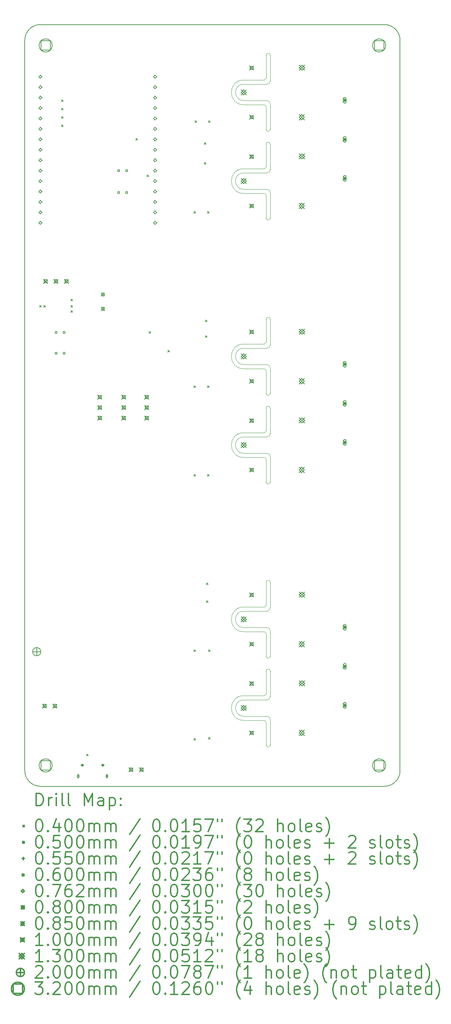
<source format=gbr>
%FSLAX45Y45*%
G04 Gerber Fmt 4.5, Leading zero omitted, Abs format (unit mm)*
G04 Created by KiCad (PCBNEW (5.1.12-1-10_14)) date 2021-11-18 09:42:35*
%MOMM*%
%LPD*%
G01*
G04 APERTURE LIST*
%TA.AperFunction,Profile*%
%ADD10C,0.100000*%
%TD*%
%TA.AperFunction,Profile*%
%ADD11C,0.150000*%
%TD*%
%ADD12C,0.200000*%
%ADD13C,0.300000*%
G04 APERTURE END LIST*
D10*
X5899711Y-16837000D02*
G75*
G02*
X5979000Y-16916289I0J-79289D01*
G01*
X5979000Y-17537000D02*
X5979000Y-16916289D01*
X5979000Y-17537000D02*
G75*
G02*
X5879000Y-17537000I-50000J0D01*
G01*
X5879000Y-16987000D02*
X5879000Y-17537000D01*
X5829000Y-16937000D02*
G75*
G02*
X5879000Y-16987000I0J-50000D01*
G01*
X5334000Y-16937000D02*
X5829000Y-16937000D01*
X5334000Y-16937000D02*
G75*
G02*
X5334000Y-16337000I0J300000D01*
G01*
X5829000Y-16337000D02*
X5334000Y-16337000D01*
X5879000Y-16287000D02*
G75*
G02*
X5829000Y-16337000I-50000J0D01*
G01*
X5879000Y-15737000D02*
X5879000Y-16287000D01*
X5879000Y-15737000D02*
G75*
G02*
X5979000Y-15737000I50000J0D01*
G01*
X5979000Y-16357711D02*
X5979000Y-15737000D01*
X5979000Y-16357711D02*
G75*
G02*
X5899711Y-16437000I-79289J0D01*
G01*
X5334000Y-16437000D02*
X5899711Y-16437000D01*
X5334000Y-16837000D02*
G75*
G02*
X5334000Y-16437000I0J200000D01*
G01*
X5899711Y-16837000D02*
X5334000Y-16837000D01*
X5899711Y-14678000D02*
G75*
G02*
X5979000Y-14757289I0J-79289D01*
G01*
X5979000Y-15378000D02*
X5979000Y-14757289D01*
X5979000Y-15378000D02*
G75*
G02*
X5879000Y-15378000I-50000J0D01*
G01*
X5879000Y-14828000D02*
X5879000Y-15378000D01*
X5829000Y-14778000D02*
G75*
G02*
X5879000Y-14828000I0J-50000D01*
G01*
X5334000Y-14778000D02*
X5829000Y-14778000D01*
X5334000Y-14778000D02*
G75*
G02*
X5334000Y-14178000I0J300000D01*
G01*
X5829000Y-14178000D02*
X5334000Y-14178000D01*
X5879000Y-14128000D02*
G75*
G02*
X5829000Y-14178000I-50000J0D01*
G01*
X5879000Y-13578000D02*
X5879000Y-14128000D01*
X5879000Y-13578000D02*
G75*
G02*
X5979000Y-13578000I50000J0D01*
G01*
X5979000Y-14198711D02*
X5979000Y-13578000D01*
X5979000Y-14198711D02*
G75*
G02*
X5899711Y-14278000I-79289J0D01*
G01*
X5334000Y-14278000D02*
X5899711Y-14278000D01*
X5334000Y-14678000D02*
G75*
G02*
X5334000Y-14278000I0J200000D01*
G01*
X5899711Y-14678000D02*
X5334000Y-14678000D01*
X5899711Y-10436200D02*
G75*
G02*
X5979000Y-10515489I0J-79289D01*
G01*
X5979000Y-11136200D02*
X5979000Y-10515489D01*
X5979000Y-11136200D02*
G75*
G02*
X5879000Y-11136200I-50000J0D01*
G01*
X5879000Y-10586200D02*
X5879000Y-11136200D01*
X5829000Y-10536200D02*
G75*
G02*
X5879000Y-10586200I0J-50000D01*
G01*
X5334000Y-10536200D02*
X5829000Y-10536200D01*
X5334000Y-10536200D02*
G75*
G02*
X5334000Y-9936200I0J300000D01*
G01*
X5829000Y-9936200D02*
X5334000Y-9936200D01*
X5879000Y-9886200D02*
G75*
G02*
X5829000Y-9936200I-50000J0D01*
G01*
X5879000Y-9336200D02*
X5879000Y-9886200D01*
X5879000Y-9336200D02*
G75*
G02*
X5979000Y-9336200I50000J0D01*
G01*
X5979000Y-9956911D02*
X5979000Y-9336200D01*
X5979000Y-9956911D02*
G75*
G02*
X5899711Y-10036200I-79289J0D01*
G01*
X5334000Y-10036200D02*
X5899711Y-10036200D01*
X5334000Y-10436200D02*
G75*
G02*
X5334000Y-10036200I0J200000D01*
G01*
X5899711Y-10436200D02*
X5334000Y-10436200D01*
X5899711Y-8277200D02*
G75*
G02*
X5979000Y-8356489I0J-79289D01*
G01*
X5979000Y-8977200D02*
X5979000Y-8356489D01*
X5979000Y-8977200D02*
G75*
G02*
X5879000Y-8977200I-50000J0D01*
G01*
X5879000Y-8427200D02*
X5879000Y-8977200D01*
X5829000Y-8377200D02*
G75*
G02*
X5879000Y-8427200I0J-50000D01*
G01*
X5334000Y-8377200D02*
X5829000Y-8377200D01*
X5334000Y-8377200D02*
G75*
G02*
X5334000Y-7777200I0J300000D01*
G01*
X5829000Y-7777200D02*
X5334000Y-7777200D01*
X5879000Y-7727200D02*
G75*
G02*
X5829000Y-7777200I-50000J0D01*
G01*
X5879000Y-7177200D02*
X5879000Y-7727200D01*
X5879000Y-7177200D02*
G75*
G02*
X5979000Y-7177200I50000J0D01*
G01*
X5979000Y-7797911D02*
X5979000Y-7177200D01*
X5979000Y-7797911D02*
G75*
G02*
X5899711Y-7877200I-79289J0D01*
G01*
X5334000Y-7877200D02*
X5899711Y-7877200D01*
X5334000Y-8277200D02*
G75*
G02*
X5334000Y-7877200I0J200000D01*
G01*
X5899711Y-8277200D02*
X5334000Y-8277200D01*
X5899711Y-4010000D02*
G75*
G02*
X5979000Y-4089289I0J-79289D01*
G01*
X5979000Y-4710000D02*
X5979000Y-4089289D01*
X5979000Y-4710000D02*
G75*
G02*
X5879000Y-4710000I-50000J0D01*
G01*
X5879000Y-4160000D02*
X5879000Y-4710000D01*
X5829000Y-4110000D02*
G75*
G02*
X5879000Y-4160000I0J-50000D01*
G01*
X5334000Y-4110000D02*
X5829000Y-4110000D01*
X5334000Y-4110000D02*
G75*
G02*
X5334000Y-3510000I0J300000D01*
G01*
X5829000Y-3510000D02*
X5334000Y-3510000D01*
X5879000Y-3460000D02*
G75*
G02*
X5829000Y-3510000I-50000J0D01*
G01*
X5879000Y-2910000D02*
X5879000Y-3460000D01*
X5879000Y-2910000D02*
G75*
G02*
X5979000Y-2910000I50000J0D01*
G01*
X5979000Y-3530711D02*
X5979000Y-2910000D01*
X5979000Y-3530711D02*
G75*
G02*
X5899711Y-3610000I-79289J0D01*
G01*
X5334000Y-3610000D02*
X5899711Y-3610000D01*
X5334000Y-4010000D02*
G75*
G02*
X5334000Y-3610000I0J200000D01*
G01*
X5899711Y-4010000D02*
X5334000Y-4010000D01*
X5899711Y-1851000D02*
G75*
G02*
X5979000Y-1930289I0J-79289D01*
G01*
X5979000Y-2551000D02*
X5979000Y-1930289D01*
X5979000Y-2551000D02*
G75*
G02*
X5879000Y-2551000I-50000J0D01*
G01*
X5879000Y-2001000D02*
X5879000Y-2551000D01*
X5829000Y-1951000D02*
G75*
G02*
X5879000Y-2001000I0J-50000D01*
G01*
X5334000Y-1951000D02*
X5829000Y-1951000D01*
X5334000Y-1951000D02*
G75*
G02*
X5334000Y-1351000I0J300000D01*
G01*
X5829000Y-1351000D02*
X5334000Y-1351000D01*
X5879000Y-1301000D02*
G75*
G02*
X5829000Y-1351000I-50000J0D01*
G01*
X5879000Y-751000D02*
X5879000Y-1301000D01*
X5879000Y-751000D02*
G75*
G02*
X5979000Y-751000I50000J0D01*
G01*
X5979000Y-1371711D02*
X5979000Y-751000D01*
X5979000Y-1371711D02*
G75*
G02*
X5899711Y-1451000I-79289J0D01*
G01*
X5334000Y-1451000D02*
X5899711Y-1451000D01*
X5334000Y-1851000D02*
G75*
G02*
X5334000Y-1451000I0J200000D01*
G01*
X5899711Y-1851000D02*
X5334000Y-1851000D01*
D11*
X9144000Y-18161000D02*
X9144000Y-381000D01*
X381000Y-18542000D02*
G75*
G02*
X0Y-18161000I0J381000D01*
G01*
X9144000Y-18161000D02*
G75*
G02*
X8763000Y-18542000I-381000J0D01*
G01*
X8763000Y0D02*
G75*
G02*
X9144000Y-381000I0J-381000D01*
G01*
X0Y-381000D02*
G75*
G02*
X381000Y0I381000J0D01*
G01*
X0Y-381000D02*
X0Y-18161000D01*
X8763000Y0D02*
X381000Y0D01*
X381000Y-18542000D02*
X8763000Y-18542000D01*
D12*
X361000Y-6838000D02*
X401000Y-6878000D01*
X401000Y-6838000D02*
X361000Y-6878000D01*
X462600Y-6838000D02*
X502600Y-6878000D01*
X502600Y-6838000D02*
X462600Y-6878000D01*
X894400Y-1834200D02*
X934400Y-1874200D01*
X934400Y-1834200D02*
X894400Y-1874200D01*
X894400Y-2037400D02*
X934400Y-2077400D01*
X934400Y-2037400D02*
X894400Y-2077400D01*
X894400Y-2240600D02*
X934400Y-2280600D01*
X934400Y-2240600D02*
X894400Y-2280600D01*
X894400Y-2443800D02*
X934400Y-2483800D01*
X934400Y-2443800D02*
X894400Y-2483800D01*
X1123000Y-6685600D02*
X1163000Y-6725600D01*
X1163000Y-6685600D02*
X1123000Y-6725600D01*
X1123000Y-6838000D02*
X1163000Y-6878000D01*
X1163000Y-6838000D02*
X1123000Y-6878000D01*
X1123000Y-6965000D02*
X1163000Y-7005000D01*
X1163000Y-6965000D02*
X1123000Y-7005000D01*
X1504000Y-17760000D02*
X1544000Y-17800000D01*
X1544000Y-17760000D02*
X1504000Y-17800000D01*
X2710500Y-2774000D02*
X2750500Y-2814000D01*
X2750500Y-2774000D02*
X2710500Y-2814000D01*
X2977200Y-3663000D02*
X3017200Y-3703000D01*
X3017200Y-3663000D02*
X2977200Y-3703000D01*
X3028000Y-7473000D02*
X3068000Y-7513000D01*
X3068000Y-7473000D02*
X3028000Y-7513000D01*
X3485200Y-7930200D02*
X3525200Y-7970200D01*
X3525200Y-7930200D02*
X3485200Y-7970200D01*
X4120200Y-4552000D02*
X4160200Y-4592000D01*
X4160200Y-4552000D02*
X4120200Y-4592000D01*
X4120200Y-8793800D02*
X4160200Y-8833800D01*
X4160200Y-8793800D02*
X4120200Y-8833800D01*
X4120200Y-10952800D02*
X4160200Y-10992800D01*
X4160200Y-10952800D02*
X4120200Y-10992800D01*
X4120200Y-15220000D02*
X4160200Y-15260000D01*
X4160200Y-15220000D02*
X4120200Y-15260000D01*
X4120200Y-17379000D02*
X4160200Y-17419000D01*
X4160200Y-17379000D02*
X4120200Y-17419000D01*
X4145600Y-2342200D02*
X4185600Y-2382200D01*
X4185600Y-2342200D02*
X4145600Y-2382200D01*
X4374200Y-2875600D02*
X4414200Y-2915600D01*
X4414200Y-2875600D02*
X4374200Y-2915600D01*
X4374200Y-3358200D02*
X4414200Y-3398200D01*
X4414200Y-3358200D02*
X4374200Y-3398200D01*
X4399600Y-7193600D02*
X4439600Y-7233600D01*
X4439600Y-7193600D02*
X4399600Y-7233600D01*
X4399600Y-7574600D02*
X4439600Y-7614600D01*
X4439600Y-7574600D02*
X4399600Y-7614600D01*
X4425000Y-13594400D02*
X4465000Y-13634400D01*
X4465000Y-13594400D02*
X4425000Y-13634400D01*
X4425000Y-14026200D02*
X4465000Y-14066200D01*
X4465000Y-14026200D02*
X4425000Y-14066200D01*
X4450400Y-4552000D02*
X4490400Y-4592000D01*
X4490400Y-4552000D02*
X4450400Y-4592000D01*
X4450400Y-8793800D02*
X4490400Y-8833800D01*
X4490400Y-8793800D02*
X4450400Y-8833800D01*
X4450400Y-10952800D02*
X4490400Y-10992800D01*
X4490400Y-10952800D02*
X4450400Y-10992800D01*
X4475800Y-2342200D02*
X4515800Y-2382200D01*
X4515800Y-2342200D02*
X4475800Y-2382200D01*
X4475800Y-15220000D02*
X4515800Y-15260000D01*
X4515800Y-15220000D02*
X4475800Y-15260000D01*
X4475800Y-17353600D02*
X4515800Y-17393600D01*
X4515800Y-17353600D02*
X4475800Y-17393600D01*
X1326000Y-18296000D02*
G75*
G03*
X1326000Y-18296000I-25000J0D01*
G01*
X1316000Y-18328500D02*
X1316000Y-18263500D01*
X1286000Y-18328500D02*
X1286000Y-18263500D01*
X1316000Y-18263500D02*
G75*
G03*
X1286000Y-18263500I-15000J0D01*
G01*
X1286000Y-18328500D02*
G75*
G03*
X1316000Y-18328500I15000J0D01*
G01*
X2026000Y-18296000D02*
G75*
G03*
X2026000Y-18296000I-25000J0D01*
G01*
X2016000Y-18328500D02*
X2016000Y-18263500D01*
X1986000Y-18328500D02*
X1986000Y-18263500D01*
X2016000Y-18263500D02*
G75*
G03*
X1986000Y-18263500I-15000J0D01*
G01*
X1986000Y-18328500D02*
G75*
G03*
X2016000Y-18328500I15000J0D01*
G01*
X1401000Y-17998500D02*
X1401000Y-18053500D01*
X1373500Y-18026000D02*
X1428500Y-18026000D01*
X1386000Y-18043500D02*
X1416000Y-18043500D01*
X1386000Y-18008500D02*
X1416000Y-18008500D01*
X1416000Y-18043500D02*
G75*
G03*
X1416000Y-18008500I0J17500D01*
G01*
X1386000Y-18008500D02*
G75*
G03*
X1386000Y-18043500I0J-17500D01*
G01*
X1901000Y-17998500D02*
X1901000Y-18053500D01*
X1873500Y-18026000D02*
X1928500Y-18026000D01*
X1886000Y-18043500D02*
X1916000Y-18043500D01*
X1886000Y-18008500D02*
X1916000Y-18008500D01*
X1916000Y-18043500D02*
G75*
G03*
X1916000Y-18008500I0J17500D01*
G01*
X1886000Y-18008500D02*
G75*
G03*
X1886000Y-18043500I0J-17500D01*
G01*
X783213Y-7514213D02*
X783213Y-7471787D01*
X740787Y-7471787D01*
X740787Y-7514213D01*
X783213Y-7514213D01*
X783213Y-8022213D02*
X783213Y-7979787D01*
X740787Y-7979787D01*
X740787Y-8022213D01*
X783213Y-8022213D01*
X983213Y-7514213D02*
X983213Y-7471787D01*
X940787Y-7471787D01*
X940787Y-7514213D01*
X983213Y-7514213D01*
X983213Y-8022213D02*
X983213Y-7979787D01*
X940787Y-7979787D01*
X940787Y-8022213D01*
X983213Y-8022213D01*
X2307213Y-3577213D02*
X2307213Y-3534787D01*
X2264787Y-3534787D01*
X2264787Y-3577213D01*
X2307213Y-3577213D01*
X2307213Y-4110613D02*
X2307213Y-4068187D01*
X2264787Y-4068187D01*
X2264787Y-4110613D01*
X2307213Y-4110613D01*
X2507213Y-3577213D02*
X2507213Y-3534787D01*
X2464787Y-3534787D01*
X2464787Y-3577213D01*
X2507213Y-3577213D01*
X2507213Y-4110613D02*
X2507213Y-4068187D01*
X2464787Y-4068187D01*
X2464787Y-4110613D01*
X2507213Y-4110613D01*
X381000Y-1308100D02*
X419100Y-1270000D01*
X381000Y-1231900D01*
X342900Y-1270000D01*
X381000Y-1308100D01*
X381000Y-1562100D02*
X419100Y-1524000D01*
X381000Y-1485900D01*
X342900Y-1524000D01*
X381000Y-1562100D01*
X381000Y-1816100D02*
X419100Y-1778000D01*
X381000Y-1739900D01*
X342900Y-1778000D01*
X381000Y-1816100D01*
X381000Y-2070100D02*
X419100Y-2032000D01*
X381000Y-1993900D01*
X342900Y-2032000D01*
X381000Y-2070100D01*
X381000Y-2324100D02*
X419100Y-2286000D01*
X381000Y-2247900D01*
X342900Y-2286000D01*
X381000Y-2324100D01*
X381000Y-2578100D02*
X419100Y-2540000D01*
X381000Y-2501900D01*
X342900Y-2540000D01*
X381000Y-2578100D01*
X381000Y-2832100D02*
X419100Y-2794000D01*
X381000Y-2755900D01*
X342900Y-2794000D01*
X381000Y-2832100D01*
X381000Y-3086100D02*
X419100Y-3048000D01*
X381000Y-3009900D01*
X342900Y-3048000D01*
X381000Y-3086100D01*
X381000Y-3340100D02*
X419100Y-3302000D01*
X381000Y-3263900D01*
X342900Y-3302000D01*
X381000Y-3340100D01*
X381000Y-3594100D02*
X419100Y-3556000D01*
X381000Y-3517900D01*
X342900Y-3556000D01*
X381000Y-3594100D01*
X381000Y-3848100D02*
X419100Y-3810000D01*
X381000Y-3771900D01*
X342900Y-3810000D01*
X381000Y-3848100D01*
X381000Y-4102100D02*
X419100Y-4064000D01*
X381000Y-4025900D01*
X342900Y-4064000D01*
X381000Y-4102100D01*
X381000Y-4356100D02*
X419100Y-4318000D01*
X381000Y-4279900D01*
X342900Y-4318000D01*
X381000Y-4356100D01*
X381000Y-4610100D02*
X419100Y-4572000D01*
X381000Y-4533900D01*
X342900Y-4572000D01*
X381000Y-4610100D01*
X381000Y-4864100D02*
X419100Y-4826000D01*
X381000Y-4787900D01*
X342900Y-4826000D01*
X381000Y-4864100D01*
X3175000Y-1308100D02*
X3213100Y-1270000D01*
X3175000Y-1231900D01*
X3136900Y-1270000D01*
X3175000Y-1308100D01*
X3175000Y-1562100D02*
X3213100Y-1524000D01*
X3175000Y-1485900D01*
X3136900Y-1524000D01*
X3175000Y-1562100D01*
X3175000Y-1816100D02*
X3213100Y-1778000D01*
X3175000Y-1739900D01*
X3136900Y-1778000D01*
X3175000Y-1816100D01*
X3175000Y-2070100D02*
X3213100Y-2032000D01*
X3175000Y-1993900D01*
X3136900Y-2032000D01*
X3175000Y-2070100D01*
X3175000Y-2324100D02*
X3213100Y-2286000D01*
X3175000Y-2247900D01*
X3136900Y-2286000D01*
X3175000Y-2324100D01*
X3175000Y-2578100D02*
X3213100Y-2540000D01*
X3175000Y-2501900D01*
X3136900Y-2540000D01*
X3175000Y-2578100D01*
X3175000Y-2832100D02*
X3213100Y-2794000D01*
X3175000Y-2755900D01*
X3136900Y-2794000D01*
X3175000Y-2832100D01*
X3175000Y-3086100D02*
X3213100Y-3048000D01*
X3175000Y-3009900D01*
X3136900Y-3048000D01*
X3175000Y-3086100D01*
X3175000Y-3340100D02*
X3213100Y-3302000D01*
X3175000Y-3263900D01*
X3136900Y-3302000D01*
X3175000Y-3340100D01*
X3175000Y-3594100D02*
X3213100Y-3556000D01*
X3175000Y-3517900D01*
X3136900Y-3556000D01*
X3175000Y-3594100D01*
X3175000Y-3848100D02*
X3213100Y-3810000D01*
X3175000Y-3771900D01*
X3136900Y-3810000D01*
X3175000Y-3848100D01*
X3175000Y-4102100D02*
X3213100Y-4064000D01*
X3175000Y-4025900D01*
X3136900Y-4064000D01*
X3175000Y-4102100D01*
X3175000Y-4356100D02*
X3213100Y-4318000D01*
X3175000Y-4279900D01*
X3136900Y-4318000D01*
X3175000Y-4356100D01*
X3175000Y-4610100D02*
X3213100Y-4572000D01*
X3175000Y-4533900D01*
X3136900Y-4572000D01*
X3175000Y-4610100D01*
X3175000Y-4864100D02*
X3213100Y-4826000D01*
X3175000Y-4787900D01*
X3136900Y-4826000D01*
X3175000Y-4864100D01*
X1865000Y-6531500D02*
X1945000Y-6611500D01*
X1945000Y-6531500D02*
X1865000Y-6611500D01*
X1945000Y-6571500D02*
G75*
G03*
X1945000Y-6571500I-40000J0D01*
G01*
X1865000Y-6881500D02*
X1945000Y-6961500D01*
X1945000Y-6881500D02*
X1865000Y-6961500D01*
X1945000Y-6921500D02*
G75*
G03*
X1945000Y-6921500I-40000J0D01*
G01*
X7755300Y-1801500D02*
X7840300Y-1886500D01*
X7840300Y-1801500D02*
X7755300Y-1886500D01*
X7797800Y-1801500D02*
X7797800Y-1886500D01*
X7755300Y-1844000D02*
X7840300Y-1844000D01*
X7830300Y-1884000D02*
X7830300Y-1804000D01*
X7765300Y-1884000D02*
X7765300Y-1804000D01*
X7830300Y-1804000D02*
G75*
G03*
X7765300Y-1804000I-32500J0D01*
G01*
X7765300Y-1884000D02*
G75*
G03*
X7830300Y-1884000I32500J0D01*
G01*
X7755300Y-2751500D02*
X7840300Y-2836500D01*
X7840300Y-2751500D02*
X7755300Y-2836500D01*
X7797800Y-2751500D02*
X7797800Y-2836500D01*
X7755300Y-2794000D02*
X7840300Y-2794000D01*
X7830300Y-2834000D02*
X7830300Y-2754000D01*
X7765300Y-2834000D02*
X7765300Y-2754000D01*
X7830300Y-2754000D02*
G75*
G03*
X7765300Y-2754000I-32500J0D01*
G01*
X7765300Y-2834000D02*
G75*
G03*
X7830300Y-2834000I32500J0D01*
G01*
X7755300Y-3701500D02*
X7840300Y-3786500D01*
X7840300Y-3701500D02*
X7755300Y-3786500D01*
X7797800Y-3701500D02*
X7797800Y-3786500D01*
X7755300Y-3744000D02*
X7840300Y-3744000D01*
X7830300Y-3784000D02*
X7830300Y-3704000D01*
X7765300Y-3784000D02*
X7765300Y-3704000D01*
X7830300Y-3704000D02*
G75*
G03*
X7765300Y-3704000I-32500J0D01*
G01*
X7765300Y-3784000D02*
G75*
G03*
X7830300Y-3784000I32500J0D01*
G01*
X7755300Y-8227700D02*
X7840300Y-8312700D01*
X7840300Y-8227700D02*
X7755300Y-8312700D01*
X7797800Y-8227700D02*
X7797800Y-8312700D01*
X7755300Y-8270200D02*
X7840300Y-8270200D01*
X7830300Y-8310200D02*
X7830300Y-8230200D01*
X7765300Y-8310200D02*
X7765300Y-8230200D01*
X7830300Y-8230200D02*
G75*
G03*
X7765300Y-8230200I-32500J0D01*
G01*
X7765300Y-8310200D02*
G75*
G03*
X7830300Y-8310200I32500J0D01*
G01*
X7755300Y-9177700D02*
X7840300Y-9262700D01*
X7840300Y-9177700D02*
X7755300Y-9262700D01*
X7797800Y-9177700D02*
X7797800Y-9262700D01*
X7755300Y-9220200D02*
X7840300Y-9220200D01*
X7830300Y-9260200D02*
X7830300Y-9180200D01*
X7765300Y-9260200D02*
X7765300Y-9180200D01*
X7830300Y-9180200D02*
G75*
G03*
X7765300Y-9180200I-32500J0D01*
G01*
X7765300Y-9260200D02*
G75*
G03*
X7830300Y-9260200I32500J0D01*
G01*
X7755300Y-10127700D02*
X7840300Y-10212700D01*
X7840300Y-10127700D02*
X7755300Y-10212700D01*
X7797800Y-10127700D02*
X7797800Y-10212700D01*
X7755300Y-10170200D02*
X7840300Y-10170200D01*
X7830300Y-10210200D02*
X7830300Y-10130200D01*
X7765300Y-10210200D02*
X7765300Y-10130200D01*
X7830300Y-10130200D02*
G75*
G03*
X7765300Y-10130200I-32500J0D01*
G01*
X7765300Y-10210200D02*
G75*
G03*
X7830300Y-10210200I32500J0D01*
G01*
X7755300Y-14628500D02*
X7840300Y-14713500D01*
X7840300Y-14628500D02*
X7755300Y-14713500D01*
X7797800Y-14628500D02*
X7797800Y-14713500D01*
X7755300Y-14671000D02*
X7840300Y-14671000D01*
X7830300Y-14711000D02*
X7830300Y-14631000D01*
X7765300Y-14711000D02*
X7765300Y-14631000D01*
X7830300Y-14631000D02*
G75*
G03*
X7765300Y-14631000I-32500J0D01*
G01*
X7765300Y-14711000D02*
G75*
G03*
X7830300Y-14711000I32500J0D01*
G01*
X7755300Y-15578500D02*
X7840300Y-15663500D01*
X7840300Y-15578500D02*
X7755300Y-15663500D01*
X7797800Y-15578500D02*
X7797800Y-15663500D01*
X7755300Y-15621000D02*
X7840300Y-15621000D01*
X7830300Y-15661000D02*
X7830300Y-15581000D01*
X7765300Y-15661000D02*
X7765300Y-15581000D01*
X7830300Y-15581000D02*
G75*
G03*
X7765300Y-15581000I-32500J0D01*
G01*
X7765300Y-15661000D02*
G75*
G03*
X7830300Y-15661000I32500J0D01*
G01*
X7755300Y-16528500D02*
X7840300Y-16613500D01*
X7840300Y-16528500D02*
X7755300Y-16613500D01*
X7797800Y-16528500D02*
X7797800Y-16613500D01*
X7755300Y-16571000D02*
X7840300Y-16571000D01*
X7830300Y-16611000D02*
X7830300Y-16531000D01*
X7765300Y-16611000D02*
X7765300Y-16531000D01*
X7830300Y-16531000D02*
G75*
G03*
X7765300Y-16531000I-32500J0D01*
G01*
X7765300Y-16611000D02*
G75*
G03*
X7830300Y-16611000I32500J0D01*
G01*
X432600Y-16536200D02*
X532600Y-16636200D01*
X532600Y-16536200D02*
X432600Y-16636200D01*
X517956Y-16621556D02*
X517956Y-16550844D01*
X447244Y-16550844D01*
X447244Y-16621556D01*
X517956Y-16621556D01*
X458000Y-6198400D02*
X558000Y-6298400D01*
X558000Y-6198400D02*
X458000Y-6298400D01*
X543356Y-6283756D02*
X543356Y-6213044D01*
X472644Y-6213044D01*
X472644Y-6283756D01*
X543356Y-6283756D01*
X686600Y-16536200D02*
X786600Y-16636200D01*
X786600Y-16536200D02*
X686600Y-16636200D01*
X771956Y-16621556D02*
X771956Y-16550844D01*
X701244Y-16550844D01*
X701244Y-16621556D01*
X771956Y-16621556D01*
X712000Y-6198400D02*
X812000Y-6298400D01*
X812000Y-6198400D02*
X712000Y-6298400D01*
X797356Y-6283756D02*
X797356Y-6213044D01*
X726644Y-6213044D01*
X726644Y-6283756D01*
X797356Y-6283756D01*
X966000Y-6198400D02*
X1066000Y-6298400D01*
X1066000Y-6198400D02*
X966000Y-6298400D01*
X1051356Y-6283756D02*
X1051356Y-6213044D01*
X980644Y-6213044D01*
X980644Y-6283756D01*
X1051356Y-6283756D01*
X1778800Y-9017800D02*
X1878800Y-9117800D01*
X1878800Y-9017800D02*
X1778800Y-9117800D01*
X1864156Y-9103156D02*
X1864156Y-9032444D01*
X1793444Y-9032444D01*
X1793444Y-9103156D01*
X1864156Y-9103156D01*
X1778800Y-9271800D02*
X1878800Y-9371800D01*
X1878800Y-9271800D02*
X1778800Y-9371800D01*
X1864156Y-9357156D02*
X1864156Y-9286444D01*
X1793444Y-9286444D01*
X1793444Y-9357156D01*
X1864156Y-9357156D01*
X1778800Y-9525800D02*
X1878800Y-9625800D01*
X1878800Y-9525800D02*
X1778800Y-9625800D01*
X1864156Y-9611156D02*
X1864156Y-9540444D01*
X1793444Y-9540444D01*
X1793444Y-9611156D01*
X1864156Y-9611156D01*
X2363000Y-9017800D02*
X2463000Y-9117800D01*
X2463000Y-9017800D02*
X2363000Y-9117800D01*
X2448356Y-9103156D02*
X2448356Y-9032444D01*
X2377644Y-9032444D01*
X2377644Y-9103156D01*
X2448356Y-9103156D01*
X2363000Y-9271800D02*
X2463000Y-9371800D01*
X2463000Y-9271800D02*
X2363000Y-9371800D01*
X2448356Y-9357156D02*
X2448356Y-9286444D01*
X2377644Y-9286444D01*
X2377644Y-9357156D01*
X2448356Y-9357156D01*
X2363000Y-9525800D02*
X2463000Y-9625800D01*
X2463000Y-9525800D02*
X2363000Y-9625800D01*
X2448356Y-9611156D02*
X2448356Y-9540444D01*
X2377644Y-9540444D01*
X2377644Y-9611156D01*
X2448356Y-9611156D01*
X2540800Y-18085600D02*
X2640800Y-18185600D01*
X2640800Y-18085600D02*
X2540800Y-18185600D01*
X2626156Y-18170956D02*
X2626156Y-18100244D01*
X2555444Y-18100244D01*
X2555444Y-18170956D01*
X2626156Y-18170956D01*
X2794800Y-18085600D02*
X2894800Y-18185600D01*
X2894800Y-18085600D02*
X2794800Y-18185600D01*
X2880156Y-18170956D02*
X2880156Y-18100244D01*
X2809444Y-18100244D01*
X2809444Y-18170956D01*
X2880156Y-18170956D01*
X2921800Y-9017800D02*
X3021800Y-9117800D01*
X3021800Y-9017800D02*
X2921800Y-9117800D01*
X3007156Y-9103156D02*
X3007156Y-9032444D01*
X2936444Y-9032444D01*
X2936444Y-9103156D01*
X3007156Y-9103156D01*
X2921800Y-9271800D02*
X3021800Y-9371800D01*
X3021800Y-9271800D02*
X2921800Y-9371800D01*
X3007156Y-9357156D02*
X3007156Y-9286444D01*
X2936444Y-9286444D01*
X2936444Y-9357156D01*
X3007156Y-9357156D01*
X2921800Y-9525800D02*
X3021800Y-9625800D01*
X3021800Y-9525800D02*
X2921800Y-9625800D01*
X3007156Y-9611156D02*
X3007156Y-9540444D01*
X2936444Y-9540444D01*
X2936444Y-9611156D01*
X3007156Y-9611156D01*
X5479000Y-1006000D02*
X5579000Y-1106000D01*
X5579000Y-1006000D02*
X5479000Y-1106000D01*
X5564356Y-1091356D02*
X5564356Y-1020644D01*
X5493644Y-1020644D01*
X5493644Y-1091356D01*
X5564356Y-1091356D01*
X5479000Y-2206000D02*
X5579000Y-2306000D01*
X5579000Y-2206000D02*
X5479000Y-2306000D01*
X5564356Y-2291356D02*
X5564356Y-2220644D01*
X5493644Y-2220644D01*
X5493644Y-2291356D01*
X5564356Y-2291356D01*
X5479000Y-3165000D02*
X5579000Y-3265000D01*
X5579000Y-3165000D02*
X5479000Y-3265000D01*
X5564356Y-3250356D02*
X5564356Y-3179644D01*
X5493644Y-3179644D01*
X5493644Y-3250356D01*
X5564356Y-3250356D01*
X5479000Y-4365000D02*
X5579000Y-4465000D01*
X5579000Y-4365000D02*
X5479000Y-4465000D01*
X5564356Y-4450356D02*
X5564356Y-4379644D01*
X5493644Y-4379644D01*
X5493644Y-4450356D01*
X5564356Y-4450356D01*
X5479000Y-7432200D02*
X5579000Y-7532200D01*
X5579000Y-7432200D02*
X5479000Y-7532200D01*
X5564356Y-7517556D02*
X5564356Y-7446844D01*
X5493644Y-7446844D01*
X5493644Y-7517556D01*
X5564356Y-7517556D01*
X5479000Y-8632200D02*
X5579000Y-8732200D01*
X5579000Y-8632200D02*
X5479000Y-8732200D01*
X5564356Y-8717556D02*
X5564356Y-8646844D01*
X5493644Y-8646844D01*
X5493644Y-8717556D01*
X5564356Y-8717556D01*
X5479000Y-9591200D02*
X5579000Y-9691200D01*
X5579000Y-9591200D02*
X5479000Y-9691200D01*
X5564356Y-9676556D02*
X5564356Y-9605844D01*
X5493644Y-9605844D01*
X5493644Y-9676556D01*
X5564356Y-9676556D01*
X5479000Y-10791200D02*
X5579000Y-10891200D01*
X5579000Y-10791200D02*
X5479000Y-10891200D01*
X5564356Y-10876556D02*
X5564356Y-10805844D01*
X5493644Y-10805844D01*
X5493644Y-10876556D01*
X5564356Y-10876556D01*
X5479000Y-13833000D02*
X5579000Y-13933000D01*
X5579000Y-13833000D02*
X5479000Y-13933000D01*
X5564356Y-13918356D02*
X5564356Y-13847644D01*
X5493644Y-13847644D01*
X5493644Y-13918356D01*
X5564356Y-13918356D01*
X5479000Y-15033000D02*
X5579000Y-15133000D01*
X5579000Y-15033000D02*
X5479000Y-15133000D01*
X5564356Y-15118356D02*
X5564356Y-15047644D01*
X5493644Y-15047644D01*
X5493644Y-15118356D01*
X5564356Y-15118356D01*
X5479000Y-15992000D02*
X5579000Y-16092000D01*
X5579000Y-15992000D02*
X5479000Y-16092000D01*
X5564356Y-16077356D02*
X5564356Y-16006644D01*
X5493644Y-16006644D01*
X5493644Y-16077356D01*
X5564356Y-16077356D01*
X5479000Y-17192000D02*
X5579000Y-17292000D01*
X5579000Y-17192000D02*
X5479000Y-17292000D01*
X5564356Y-17277356D02*
X5564356Y-17206644D01*
X5493644Y-17206644D01*
X5493644Y-17277356D01*
X5564356Y-17277356D01*
X5269000Y-1586000D02*
X5399000Y-1716000D01*
X5399000Y-1586000D02*
X5269000Y-1716000D01*
X5334000Y-1716000D02*
X5399000Y-1651000D01*
X5334000Y-1586000D01*
X5269000Y-1651000D01*
X5334000Y-1716000D01*
X5269000Y-3745000D02*
X5399000Y-3875000D01*
X5399000Y-3745000D02*
X5269000Y-3875000D01*
X5334000Y-3875000D02*
X5399000Y-3810000D01*
X5334000Y-3745000D01*
X5269000Y-3810000D01*
X5334000Y-3875000D01*
X5269000Y-8012200D02*
X5399000Y-8142200D01*
X5399000Y-8012200D02*
X5269000Y-8142200D01*
X5334000Y-8142200D02*
X5399000Y-8077200D01*
X5334000Y-8012200D01*
X5269000Y-8077200D01*
X5334000Y-8142200D01*
X5269000Y-10171200D02*
X5399000Y-10301200D01*
X5399000Y-10171200D02*
X5269000Y-10301200D01*
X5334000Y-10301200D02*
X5399000Y-10236200D01*
X5334000Y-10171200D01*
X5269000Y-10236200D01*
X5334000Y-10301200D01*
X5269000Y-14413000D02*
X5399000Y-14543000D01*
X5399000Y-14413000D02*
X5269000Y-14543000D01*
X5334000Y-14543000D02*
X5399000Y-14478000D01*
X5334000Y-14413000D01*
X5269000Y-14478000D01*
X5334000Y-14543000D01*
X5269000Y-16572000D02*
X5399000Y-16702000D01*
X5399000Y-16572000D02*
X5269000Y-16702000D01*
X5334000Y-16702000D02*
X5399000Y-16637000D01*
X5334000Y-16572000D01*
X5269000Y-16637000D01*
X5334000Y-16702000D01*
X6684000Y-2191000D02*
X6814000Y-2321000D01*
X6814000Y-2191000D02*
X6684000Y-2321000D01*
X6749000Y-2321000D02*
X6814000Y-2256000D01*
X6749000Y-2191000D01*
X6684000Y-2256000D01*
X6749000Y-2321000D01*
X6684000Y-4350000D02*
X6814000Y-4480000D01*
X6814000Y-4350000D02*
X6684000Y-4480000D01*
X6749000Y-4480000D02*
X6814000Y-4415000D01*
X6749000Y-4350000D01*
X6684000Y-4415000D01*
X6749000Y-4480000D01*
X6684000Y-8617200D02*
X6814000Y-8747200D01*
X6814000Y-8617200D02*
X6684000Y-8747200D01*
X6749000Y-8747200D02*
X6814000Y-8682200D01*
X6749000Y-8617200D01*
X6684000Y-8682200D01*
X6749000Y-8747200D01*
X6684000Y-10776200D02*
X6814000Y-10906200D01*
X6814000Y-10776200D02*
X6684000Y-10906200D01*
X6749000Y-10906200D02*
X6814000Y-10841200D01*
X6749000Y-10776200D01*
X6684000Y-10841200D01*
X6749000Y-10906200D01*
X6684000Y-15018000D02*
X6814000Y-15148000D01*
X6814000Y-15018000D02*
X6684000Y-15148000D01*
X6749000Y-15148000D02*
X6814000Y-15083000D01*
X6749000Y-15018000D01*
X6684000Y-15083000D01*
X6749000Y-15148000D01*
X6684000Y-17177000D02*
X6814000Y-17307000D01*
X6814000Y-17177000D02*
X6684000Y-17307000D01*
X6749000Y-17307000D02*
X6814000Y-17242000D01*
X6749000Y-17177000D01*
X6684000Y-17242000D01*
X6749000Y-17307000D01*
X6689000Y-986000D02*
X6819000Y-1116000D01*
X6819000Y-986000D02*
X6689000Y-1116000D01*
X6754000Y-1116000D02*
X6819000Y-1051000D01*
X6754000Y-986000D01*
X6689000Y-1051000D01*
X6754000Y-1116000D01*
X6689000Y-3145000D02*
X6819000Y-3275000D01*
X6819000Y-3145000D02*
X6689000Y-3275000D01*
X6754000Y-3275000D02*
X6819000Y-3210000D01*
X6754000Y-3145000D01*
X6689000Y-3210000D01*
X6754000Y-3275000D01*
X6689000Y-7412200D02*
X6819000Y-7542200D01*
X6819000Y-7412200D02*
X6689000Y-7542200D01*
X6754000Y-7542200D02*
X6819000Y-7477200D01*
X6754000Y-7412200D01*
X6689000Y-7477200D01*
X6754000Y-7542200D01*
X6689000Y-9571200D02*
X6819000Y-9701200D01*
X6819000Y-9571200D02*
X6689000Y-9701200D01*
X6754000Y-9701200D02*
X6819000Y-9636200D01*
X6754000Y-9571200D01*
X6689000Y-9636200D01*
X6754000Y-9701200D01*
X6689000Y-13813000D02*
X6819000Y-13943000D01*
X6819000Y-13813000D02*
X6689000Y-13943000D01*
X6754000Y-13943000D02*
X6819000Y-13878000D01*
X6754000Y-13813000D01*
X6689000Y-13878000D01*
X6754000Y-13943000D01*
X6689000Y-15972000D02*
X6819000Y-16102000D01*
X6819000Y-15972000D02*
X6689000Y-16102000D01*
X6754000Y-16102000D02*
X6819000Y-16037000D01*
X6754000Y-15972000D01*
X6689000Y-16037000D01*
X6754000Y-16102000D01*
X290600Y-15165400D02*
X290600Y-15365400D01*
X190600Y-15265400D02*
X390600Y-15265400D01*
X390600Y-15265400D02*
G75*
G03*
X390600Y-15265400I-100000J0D01*
G01*
X621138Y-621138D02*
X621138Y-394862D01*
X394862Y-394862D01*
X394862Y-621138D01*
X621138Y-621138D01*
X668000Y-508000D02*
G75*
G03*
X668000Y-508000I-160000J0D01*
G01*
X621138Y-18147138D02*
X621138Y-17920862D01*
X394862Y-17920862D01*
X394862Y-18147138D01*
X621138Y-18147138D01*
X668000Y-18034000D02*
G75*
G03*
X668000Y-18034000I-160000J0D01*
G01*
X8749138Y-621138D02*
X8749138Y-394862D01*
X8522862Y-394862D01*
X8522862Y-621138D01*
X8749138Y-621138D01*
X8796000Y-508000D02*
G75*
G03*
X8796000Y-508000I-160000J0D01*
G01*
X8749138Y-18147138D02*
X8749138Y-17920862D01*
X8522862Y-17920862D01*
X8522862Y-18147138D01*
X8749138Y-18147138D01*
X8796000Y-18034000D02*
G75*
G03*
X8796000Y-18034000I-160000J0D01*
G01*
D13*
X278928Y-19015214D02*
X278928Y-18715214D01*
X350357Y-18715214D01*
X393214Y-18729500D01*
X421786Y-18758072D01*
X436071Y-18786643D01*
X450357Y-18843786D01*
X450357Y-18886643D01*
X436071Y-18943786D01*
X421786Y-18972357D01*
X393214Y-19000929D01*
X350357Y-19015214D01*
X278928Y-19015214D01*
X578928Y-19015214D02*
X578928Y-18815214D01*
X578928Y-18872357D02*
X593214Y-18843786D01*
X607500Y-18829500D01*
X636071Y-18815214D01*
X664643Y-18815214D01*
X764643Y-19015214D02*
X764643Y-18815214D01*
X764643Y-18715214D02*
X750357Y-18729500D01*
X764643Y-18743786D01*
X778928Y-18729500D01*
X764643Y-18715214D01*
X764643Y-18743786D01*
X950357Y-19015214D02*
X921786Y-19000929D01*
X907500Y-18972357D01*
X907500Y-18715214D01*
X1107500Y-19015214D02*
X1078928Y-19000929D01*
X1064643Y-18972357D01*
X1064643Y-18715214D01*
X1450357Y-19015214D02*
X1450357Y-18715214D01*
X1550357Y-18929500D01*
X1650357Y-18715214D01*
X1650357Y-19015214D01*
X1921786Y-19015214D02*
X1921786Y-18858072D01*
X1907500Y-18829500D01*
X1878928Y-18815214D01*
X1821786Y-18815214D01*
X1793214Y-18829500D01*
X1921786Y-19000929D02*
X1893214Y-19015214D01*
X1821786Y-19015214D01*
X1793214Y-19000929D01*
X1778928Y-18972357D01*
X1778928Y-18943786D01*
X1793214Y-18915214D01*
X1821786Y-18900929D01*
X1893214Y-18900929D01*
X1921786Y-18886643D01*
X2064643Y-18815214D02*
X2064643Y-19115214D01*
X2064643Y-18829500D02*
X2093214Y-18815214D01*
X2150357Y-18815214D01*
X2178928Y-18829500D01*
X2193214Y-18843786D01*
X2207500Y-18872357D01*
X2207500Y-18958072D01*
X2193214Y-18986643D01*
X2178928Y-19000929D01*
X2150357Y-19015214D01*
X2093214Y-19015214D01*
X2064643Y-19000929D01*
X2336071Y-18986643D02*
X2350357Y-19000929D01*
X2336071Y-19015214D01*
X2321786Y-19000929D01*
X2336071Y-18986643D01*
X2336071Y-19015214D01*
X2336071Y-18829500D02*
X2350357Y-18843786D01*
X2336071Y-18858072D01*
X2321786Y-18843786D01*
X2336071Y-18829500D01*
X2336071Y-18858072D01*
X-47500Y-19489500D02*
X-7500Y-19529500D01*
X-7500Y-19489500D02*
X-47500Y-19529500D01*
X336071Y-19345214D02*
X364643Y-19345214D01*
X393214Y-19359500D01*
X407500Y-19373786D01*
X421786Y-19402357D01*
X436071Y-19459500D01*
X436071Y-19530929D01*
X421786Y-19588072D01*
X407500Y-19616643D01*
X393214Y-19630929D01*
X364643Y-19645214D01*
X336071Y-19645214D01*
X307500Y-19630929D01*
X293214Y-19616643D01*
X278928Y-19588072D01*
X264643Y-19530929D01*
X264643Y-19459500D01*
X278928Y-19402357D01*
X293214Y-19373786D01*
X307500Y-19359500D01*
X336071Y-19345214D01*
X564643Y-19616643D02*
X578928Y-19630929D01*
X564643Y-19645214D01*
X550357Y-19630929D01*
X564643Y-19616643D01*
X564643Y-19645214D01*
X836071Y-19445214D02*
X836071Y-19645214D01*
X764643Y-19330929D02*
X693214Y-19545214D01*
X878928Y-19545214D01*
X1050357Y-19345214D02*
X1078928Y-19345214D01*
X1107500Y-19359500D01*
X1121786Y-19373786D01*
X1136071Y-19402357D01*
X1150357Y-19459500D01*
X1150357Y-19530929D01*
X1136071Y-19588072D01*
X1121786Y-19616643D01*
X1107500Y-19630929D01*
X1078928Y-19645214D01*
X1050357Y-19645214D01*
X1021786Y-19630929D01*
X1007500Y-19616643D01*
X993214Y-19588072D01*
X978928Y-19530929D01*
X978928Y-19459500D01*
X993214Y-19402357D01*
X1007500Y-19373786D01*
X1021786Y-19359500D01*
X1050357Y-19345214D01*
X1336071Y-19345214D02*
X1364643Y-19345214D01*
X1393214Y-19359500D01*
X1407500Y-19373786D01*
X1421786Y-19402357D01*
X1436071Y-19459500D01*
X1436071Y-19530929D01*
X1421786Y-19588072D01*
X1407500Y-19616643D01*
X1393214Y-19630929D01*
X1364643Y-19645214D01*
X1336071Y-19645214D01*
X1307500Y-19630929D01*
X1293214Y-19616643D01*
X1278928Y-19588072D01*
X1264643Y-19530929D01*
X1264643Y-19459500D01*
X1278928Y-19402357D01*
X1293214Y-19373786D01*
X1307500Y-19359500D01*
X1336071Y-19345214D01*
X1564643Y-19645214D02*
X1564643Y-19445214D01*
X1564643Y-19473786D02*
X1578928Y-19459500D01*
X1607500Y-19445214D01*
X1650357Y-19445214D01*
X1678928Y-19459500D01*
X1693214Y-19488072D01*
X1693214Y-19645214D01*
X1693214Y-19488072D02*
X1707500Y-19459500D01*
X1736071Y-19445214D01*
X1778928Y-19445214D01*
X1807500Y-19459500D01*
X1821786Y-19488072D01*
X1821786Y-19645214D01*
X1964643Y-19645214D02*
X1964643Y-19445214D01*
X1964643Y-19473786D02*
X1978928Y-19459500D01*
X2007500Y-19445214D01*
X2050357Y-19445214D01*
X2078928Y-19459500D01*
X2093214Y-19488072D01*
X2093214Y-19645214D01*
X2093214Y-19488072D02*
X2107500Y-19459500D01*
X2136071Y-19445214D01*
X2178928Y-19445214D01*
X2207500Y-19459500D01*
X2221786Y-19488072D01*
X2221786Y-19645214D01*
X2807500Y-19330929D02*
X2550357Y-19716643D01*
X3193214Y-19345214D02*
X3221786Y-19345214D01*
X3250357Y-19359500D01*
X3264643Y-19373786D01*
X3278928Y-19402357D01*
X3293214Y-19459500D01*
X3293214Y-19530929D01*
X3278928Y-19588072D01*
X3264643Y-19616643D01*
X3250357Y-19630929D01*
X3221786Y-19645214D01*
X3193214Y-19645214D01*
X3164643Y-19630929D01*
X3150357Y-19616643D01*
X3136071Y-19588072D01*
X3121786Y-19530929D01*
X3121786Y-19459500D01*
X3136071Y-19402357D01*
X3150357Y-19373786D01*
X3164643Y-19359500D01*
X3193214Y-19345214D01*
X3421786Y-19616643D02*
X3436071Y-19630929D01*
X3421786Y-19645214D01*
X3407500Y-19630929D01*
X3421786Y-19616643D01*
X3421786Y-19645214D01*
X3621786Y-19345214D02*
X3650357Y-19345214D01*
X3678928Y-19359500D01*
X3693214Y-19373786D01*
X3707500Y-19402357D01*
X3721786Y-19459500D01*
X3721786Y-19530929D01*
X3707500Y-19588072D01*
X3693214Y-19616643D01*
X3678928Y-19630929D01*
X3650357Y-19645214D01*
X3621786Y-19645214D01*
X3593214Y-19630929D01*
X3578928Y-19616643D01*
X3564643Y-19588072D01*
X3550357Y-19530929D01*
X3550357Y-19459500D01*
X3564643Y-19402357D01*
X3578928Y-19373786D01*
X3593214Y-19359500D01*
X3621786Y-19345214D01*
X4007500Y-19645214D02*
X3836071Y-19645214D01*
X3921786Y-19645214D02*
X3921786Y-19345214D01*
X3893214Y-19388072D01*
X3864643Y-19416643D01*
X3836071Y-19430929D01*
X4278928Y-19345214D02*
X4136071Y-19345214D01*
X4121786Y-19488072D01*
X4136071Y-19473786D01*
X4164643Y-19459500D01*
X4236071Y-19459500D01*
X4264643Y-19473786D01*
X4278928Y-19488072D01*
X4293214Y-19516643D01*
X4293214Y-19588072D01*
X4278928Y-19616643D01*
X4264643Y-19630929D01*
X4236071Y-19645214D01*
X4164643Y-19645214D01*
X4136071Y-19630929D01*
X4121786Y-19616643D01*
X4393214Y-19345214D02*
X4593214Y-19345214D01*
X4464643Y-19645214D01*
X4693214Y-19345214D02*
X4693214Y-19402357D01*
X4807500Y-19345214D02*
X4807500Y-19402357D01*
X5250357Y-19759500D02*
X5236071Y-19745214D01*
X5207500Y-19702357D01*
X5193214Y-19673786D01*
X5178928Y-19630929D01*
X5164643Y-19559500D01*
X5164643Y-19502357D01*
X5178928Y-19430929D01*
X5193214Y-19388072D01*
X5207500Y-19359500D01*
X5236071Y-19316643D01*
X5250357Y-19302357D01*
X5336071Y-19345214D02*
X5521786Y-19345214D01*
X5421786Y-19459500D01*
X5464643Y-19459500D01*
X5493214Y-19473786D01*
X5507500Y-19488072D01*
X5521786Y-19516643D01*
X5521786Y-19588072D01*
X5507500Y-19616643D01*
X5493214Y-19630929D01*
X5464643Y-19645214D01*
X5378928Y-19645214D01*
X5350357Y-19630929D01*
X5336071Y-19616643D01*
X5636071Y-19373786D02*
X5650357Y-19359500D01*
X5678928Y-19345214D01*
X5750357Y-19345214D01*
X5778928Y-19359500D01*
X5793214Y-19373786D01*
X5807500Y-19402357D01*
X5807500Y-19430929D01*
X5793214Y-19473786D01*
X5621786Y-19645214D01*
X5807500Y-19645214D01*
X6164643Y-19645214D02*
X6164643Y-19345214D01*
X6293214Y-19645214D02*
X6293214Y-19488072D01*
X6278928Y-19459500D01*
X6250357Y-19445214D01*
X6207500Y-19445214D01*
X6178928Y-19459500D01*
X6164643Y-19473786D01*
X6478928Y-19645214D02*
X6450357Y-19630929D01*
X6436071Y-19616643D01*
X6421786Y-19588072D01*
X6421786Y-19502357D01*
X6436071Y-19473786D01*
X6450357Y-19459500D01*
X6478928Y-19445214D01*
X6521786Y-19445214D01*
X6550357Y-19459500D01*
X6564643Y-19473786D01*
X6578928Y-19502357D01*
X6578928Y-19588072D01*
X6564643Y-19616643D01*
X6550357Y-19630929D01*
X6521786Y-19645214D01*
X6478928Y-19645214D01*
X6750357Y-19645214D02*
X6721786Y-19630929D01*
X6707500Y-19602357D01*
X6707500Y-19345214D01*
X6978928Y-19630929D02*
X6950357Y-19645214D01*
X6893214Y-19645214D01*
X6864643Y-19630929D01*
X6850357Y-19602357D01*
X6850357Y-19488072D01*
X6864643Y-19459500D01*
X6893214Y-19445214D01*
X6950357Y-19445214D01*
X6978928Y-19459500D01*
X6993214Y-19488072D01*
X6993214Y-19516643D01*
X6850357Y-19545214D01*
X7107500Y-19630929D02*
X7136071Y-19645214D01*
X7193214Y-19645214D01*
X7221786Y-19630929D01*
X7236071Y-19602357D01*
X7236071Y-19588072D01*
X7221786Y-19559500D01*
X7193214Y-19545214D01*
X7150357Y-19545214D01*
X7121786Y-19530929D01*
X7107500Y-19502357D01*
X7107500Y-19488072D01*
X7121786Y-19459500D01*
X7150357Y-19445214D01*
X7193214Y-19445214D01*
X7221786Y-19459500D01*
X7336071Y-19759500D02*
X7350357Y-19745214D01*
X7378928Y-19702357D01*
X7393214Y-19673786D01*
X7407500Y-19630929D01*
X7421786Y-19559500D01*
X7421786Y-19502357D01*
X7407500Y-19430929D01*
X7393214Y-19388072D01*
X7378928Y-19359500D01*
X7350357Y-19316643D01*
X7336071Y-19302357D01*
X-7500Y-19905500D02*
G75*
G03*
X-7500Y-19905500I-25000J0D01*
G01*
X336071Y-19741214D02*
X364643Y-19741214D01*
X393214Y-19755500D01*
X407500Y-19769786D01*
X421786Y-19798357D01*
X436071Y-19855500D01*
X436071Y-19926929D01*
X421786Y-19984072D01*
X407500Y-20012643D01*
X393214Y-20026929D01*
X364643Y-20041214D01*
X336071Y-20041214D01*
X307500Y-20026929D01*
X293214Y-20012643D01*
X278928Y-19984072D01*
X264643Y-19926929D01*
X264643Y-19855500D01*
X278928Y-19798357D01*
X293214Y-19769786D01*
X307500Y-19755500D01*
X336071Y-19741214D01*
X564643Y-20012643D02*
X578928Y-20026929D01*
X564643Y-20041214D01*
X550357Y-20026929D01*
X564643Y-20012643D01*
X564643Y-20041214D01*
X850357Y-19741214D02*
X707500Y-19741214D01*
X693214Y-19884072D01*
X707500Y-19869786D01*
X736071Y-19855500D01*
X807500Y-19855500D01*
X836071Y-19869786D01*
X850357Y-19884072D01*
X864643Y-19912643D01*
X864643Y-19984072D01*
X850357Y-20012643D01*
X836071Y-20026929D01*
X807500Y-20041214D01*
X736071Y-20041214D01*
X707500Y-20026929D01*
X693214Y-20012643D01*
X1050357Y-19741214D02*
X1078928Y-19741214D01*
X1107500Y-19755500D01*
X1121786Y-19769786D01*
X1136071Y-19798357D01*
X1150357Y-19855500D01*
X1150357Y-19926929D01*
X1136071Y-19984072D01*
X1121786Y-20012643D01*
X1107500Y-20026929D01*
X1078928Y-20041214D01*
X1050357Y-20041214D01*
X1021786Y-20026929D01*
X1007500Y-20012643D01*
X993214Y-19984072D01*
X978928Y-19926929D01*
X978928Y-19855500D01*
X993214Y-19798357D01*
X1007500Y-19769786D01*
X1021786Y-19755500D01*
X1050357Y-19741214D01*
X1336071Y-19741214D02*
X1364643Y-19741214D01*
X1393214Y-19755500D01*
X1407500Y-19769786D01*
X1421786Y-19798357D01*
X1436071Y-19855500D01*
X1436071Y-19926929D01*
X1421786Y-19984072D01*
X1407500Y-20012643D01*
X1393214Y-20026929D01*
X1364643Y-20041214D01*
X1336071Y-20041214D01*
X1307500Y-20026929D01*
X1293214Y-20012643D01*
X1278928Y-19984072D01*
X1264643Y-19926929D01*
X1264643Y-19855500D01*
X1278928Y-19798357D01*
X1293214Y-19769786D01*
X1307500Y-19755500D01*
X1336071Y-19741214D01*
X1564643Y-20041214D02*
X1564643Y-19841214D01*
X1564643Y-19869786D02*
X1578928Y-19855500D01*
X1607500Y-19841214D01*
X1650357Y-19841214D01*
X1678928Y-19855500D01*
X1693214Y-19884072D01*
X1693214Y-20041214D01*
X1693214Y-19884072D02*
X1707500Y-19855500D01*
X1736071Y-19841214D01*
X1778928Y-19841214D01*
X1807500Y-19855500D01*
X1821786Y-19884072D01*
X1821786Y-20041214D01*
X1964643Y-20041214D02*
X1964643Y-19841214D01*
X1964643Y-19869786D02*
X1978928Y-19855500D01*
X2007500Y-19841214D01*
X2050357Y-19841214D01*
X2078928Y-19855500D01*
X2093214Y-19884072D01*
X2093214Y-20041214D01*
X2093214Y-19884072D02*
X2107500Y-19855500D01*
X2136071Y-19841214D01*
X2178928Y-19841214D01*
X2207500Y-19855500D01*
X2221786Y-19884072D01*
X2221786Y-20041214D01*
X2807500Y-19726929D02*
X2550357Y-20112643D01*
X3193214Y-19741214D02*
X3221786Y-19741214D01*
X3250357Y-19755500D01*
X3264643Y-19769786D01*
X3278928Y-19798357D01*
X3293214Y-19855500D01*
X3293214Y-19926929D01*
X3278928Y-19984072D01*
X3264643Y-20012643D01*
X3250357Y-20026929D01*
X3221786Y-20041214D01*
X3193214Y-20041214D01*
X3164643Y-20026929D01*
X3150357Y-20012643D01*
X3136071Y-19984072D01*
X3121786Y-19926929D01*
X3121786Y-19855500D01*
X3136071Y-19798357D01*
X3150357Y-19769786D01*
X3164643Y-19755500D01*
X3193214Y-19741214D01*
X3421786Y-20012643D02*
X3436071Y-20026929D01*
X3421786Y-20041214D01*
X3407500Y-20026929D01*
X3421786Y-20012643D01*
X3421786Y-20041214D01*
X3621786Y-19741214D02*
X3650357Y-19741214D01*
X3678928Y-19755500D01*
X3693214Y-19769786D01*
X3707500Y-19798357D01*
X3721786Y-19855500D01*
X3721786Y-19926929D01*
X3707500Y-19984072D01*
X3693214Y-20012643D01*
X3678928Y-20026929D01*
X3650357Y-20041214D01*
X3621786Y-20041214D01*
X3593214Y-20026929D01*
X3578928Y-20012643D01*
X3564643Y-19984072D01*
X3550357Y-19926929D01*
X3550357Y-19855500D01*
X3564643Y-19798357D01*
X3578928Y-19769786D01*
X3593214Y-19755500D01*
X3621786Y-19741214D01*
X4007500Y-20041214D02*
X3836071Y-20041214D01*
X3921786Y-20041214D02*
X3921786Y-19741214D01*
X3893214Y-19784072D01*
X3864643Y-19812643D01*
X3836071Y-19826929D01*
X4150357Y-20041214D02*
X4207500Y-20041214D01*
X4236071Y-20026929D01*
X4250357Y-20012643D01*
X4278928Y-19969786D01*
X4293214Y-19912643D01*
X4293214Y-19798357D01*
X4278928Y-19769786D01*
X4264643Y-19755500D01*
X4236071Y-19741214D01*
X4178928Y-19741214D01*
X4150357Y-19755500D01*
X4136071Y-19769786D01*
X4121786Y-19798357D01*
X4121786Y-19869786D01*
X4136071Y-19898357D01*
X4150357Y-19912643D01*
X4178928Y-19926929D01*
X4236071Y-19926929D01*
X4264643Y-19912643D01*
X4278928Y-19898357D01*
X4293214Y-19869786D01*
X4393214Y-19741214D02*
X4593214Y-19741214D01*
X4464643Y-20041214D01*
X4693214Y-19741214D02*
X4693214Y-19798357D01*
X4807500Y-19741214D02*
X4807500Y-19798357D01*
X5250357Y-20155500D02*
X5236071Y-20141214D01*
X5207500Y-20098357D01*
X5193214Y-20069786D01*
X5178928Y-20026929D01*
X5164643Y-19955500D01*
X5164643Y-19898357D01*
X5178928Y-19826929D01*
X5193214Y-19784072D01*
X5207500Y-19755500D01*
X5236071Y-19712643D01*
X5250357Y-19698357D01*
X5421786Y-19741214D02*
X5450357Y-19741214D01*
X5478928Y-19755500D01*
X5493214Y-19769786D01*
X5507500Y-19798357D01*
X5521786Y-19855500D01*
X5521786Y-19926929D01*
X5507500Y-19984072D01*
X5493214Y-20012643D01*
X5478928Y-20026929D01*
X5450357Y-20041214D01*
X5421786Y-20041214D01*
X5393214Y-20026929D01*
X5378928Y-20012643D01*
X5364643Y-19984072D01*
X5350357Y-19926929D01*
X5350357Y-19855500D01*
X5364643Y-19798357D01*
X5378928Y-19769786D01*
X5393214Y-19755500D01*
X5421786Y-19741214D01*
X5878928Y-20041214D02*
X5878928Y-19741214D01*
X6007500Y-20041214D02*
X6007500Y-19884072D01*
X5993214Y-19855500D01*
X5964643Y-19841214D01*
X5921786Y-19841214D01*
X5893214Y-19855500D01*
X5878928Y-19869786D01*
X6193214Y-20041214D02*
X6164643Y-20026929D01*
X6150357Y-20012643D01*
X6136071Y-19984072D01*
X6136071Y-19898357D01*
X6150357Y-19869786D01*
X6164643Y-19855500D01*
X6193214Y-19841214D01*
X6236071Y-19841214D01*
X6264643Y-19855500D01*
X6278928Y-19869786D01*
X6293214Y-19898357D01*
X6293214Y-19984072D01*
X6278928Y-20012643D01*
X6264643Y-20026929D01*
X6236071Y-20041214D01*
X6193214Y-20041214D01*
X6464643Y-20041214D02*
X6436071Y-20026929D01*
X6421786Y-19998357D01*
X6421786Y-19741214D01*
X6693214Y-20026929D02*
X6664643Y-20041214D01*
X6607500Y-20041214D01*
X6578928Y-20026929D01*
X6564643Y-19998357D01*
X6564643Y-19884072D01*
X6578928Y-19855500D01*
X6607500Y-19841214D01*
X6664643Y-19841214D01*
X6693214Y-19855500D01*
X6707500Y-19884072D01*
X6707500Y-19912643D01*
X6564643Y-19941214D01*
X6821786Y-20026929D02*
X6850357Y-20041214D01*
X6907500Y-20041214D01*
X6936071Y-20026929D01*
X6950357Y-19998357D01*
X6950357Y-19984072D01*
X6936071Y-19955500D01*
X6907500Y-19941214D01*
X6864643Y-19941214D01*
X6836071Y-19926929D01*
X6821786Y-19898357D01*
X6821786Y-19884072D01*
X6836071Y-19855500D01*
X6864643Y-19841214D01*
X6907500Y-19841214D01*
X6936071Y-19855500D01*
X7307500Y-19926929D02*
X7536071Y-19926929D01*
X7421786Y-20041214D02*
X7421786Y-19812643D01*
X7893214Y-19769786D02*
X7907500Y-19755500D01*
X7936071Y-19741214D01*
X8007500Y-19741214D01*
X8036071Y-19755500D01*
X8050357Y-19769786D01*
X8064643Y-19798357D01*
X8064643Y-19826929D01*
X8050357Y-19869786D01*
X7878928Y-20041214D01*
X8064643Y-20041214D01*
X8407500Y-20026929D02*
X8436071Y-20041214D01*
X8493214Y-20041214D01*
X8521786Y-20026929D01*
X8536071Y-19998357D01*
X8536071Y-19984072D01*
X8521786Y-19955500D01*
X8493214Y-19941214D01*
X8450357Y-19941214D01*
X8421786Y-19926929D01*
X8407500Y-19898357D01*
X8407500Y-19884072D01*
X8421786Y-19855500D01*
X8450357Y-19841214D01*
X8493214Y-19841214D01*
X8521786Y-19855500D01*
X8707500Y-20041214D02*
X8678928Y-20026929D01*
X8664643Y-19998357D01*
X8664643Y-19741214D01*
X8864643Y-20041214D02*
X8836071Y-20026929D01*
X8821786Y-20012643D01*
X8807500Y-19984072D01*
X8807500Y-19898357D01*
X8821786Y-19869786D01*
X8836071Y-19855500D01*
X8864643Y-19841214D01*
X8907500Y-19841214D01*
X8936071Y-19855500D01*
X8950357Y-19869786D01*
X8964643Y-19898357D01*
X8964643Y-19984072D01*
X8950357Y-20012643D01*
X8936071Y-20026929D01*
X8907500Y-20041214D01*
X8864643Y-20041214D01*
X9050357Y-19841214D02*
X9164643Y-19841214D01*
X9093214Y-19741214D02*
X9093214Y-19998357D01*
X9107500Y-20026929D01*
X9136071Y-20041214D01*
X9164643Y-20041214D01*
X9250357Y-20026929D02*
X9278928Y-20041214D01*
X9336071Y-20041214D01*
X9364643Y-20026929D01*
X9378928Y-19998357D01*
X9378928Y-19984072D01*
X9364643Y-19955500D01*
X9336071Y-19941214D01*
X9293214Y-19941214D01*
X9264643Y-19926929D01*
X9250357Y-19898357D01*
X9250357Y-19884072D01*
X9264643Y-19855500D01*
X9293214Y-19841214D01*
X9336071Y-19841214D01*
X9364643Y-19855500D01*
X9478928Y-20155500D02*
X9493214Y-20141214D01*
X9521786Y-20098357D01*
X9536071Y-20069786D01*
X9550357Y-20026929D01*
X9564643Y-19955500D01*
X9564643Y-19898357D01*
X9550357Y-19826929D01*
X9536071Y-19784072D01*
X9521786Y-19755500D01*
X9493214Y-19712643D01*
X9478928Y-19698357D01*
X-35000Y-20274000D02*
X-35000Y-20329000D01*
X-62500Y-20301500D02*
X-7500Y-20301500D01*
X336071Y-20137214D02*
X364643Y-20137214D01*
X393214Y-20151500D01*
X407500Y-20165786D01*
X421786Y-20194357D01*
X436071Y-20251500D01*
X436071Y-20322929D01*
X421786Y-20380072D01*
X407500Y-20408643D01*
X393214Y-20422929D01*
X364643Y-20437214D01*
X336071Y-20437214D01*
X307500Y-20422929D01*
X293214Y-20408643D01*
X278928Y-20380072D01*
X264643Y-20322929D01*
X264643Y-20251500D01*
X278928Y-20194357D01*
X293214Y-20165786D01*
X307500Y-20151500D01*
X336071Y-20137214D01*
X564643Y-20408643D02*
X578928Y-20422929D01*
X564643Y-20437214D01*
X550357Y-20422929D01*
X564643Y-20408643D01*
X564643Y-20437214D01*
X850357Y-20137214D02*
X707500Y-20137214D01*
X693214Y-20280072D01*
X707500Y-20265786D01*
X736071Y-20251500D01*
X807500Y-20251500D01*
X836071Y-20265786D01*
X850357Y-20280072D01*
X864643Y-20308643D01*
X864643Y-20380072D01*
X850357Y-20408643D01*
X836071Y-20422929D01*
X807500Y-20437214D01*
X736071Y-20437214D01*
X707500Y-20422929D01*
X693214Y-20408643D01*
X1136071Y-20137214D02*
X993214Y-20137214D01*
X978928Y-20280072D01*
X993214Y-20265786D01*
X1021786Y-20251500D01*
X1093214Y-20251500D01*
X1121786Y-20265786D01*
X1136071Y-20280072D01*
X1150357Y-20308643D01*
X1150357Y-20380072D01*
X1136071Y-20408643D01*
X1121786Y-20422929D01*
X1093214Y-20437214D01*
X1021786Y-20437214D01*
X993214Y-20422929D01*
X978928Y-20408643D01*
X1336071Y-20137214D02*
X1364643Y-20137214D01*
X1393214Y-20151500D01*
X1407500Y-20165786D01*
X1421786Y-20194357D01*
X1436071Y-20251500D01*
X1436071Y-20322929D01*
X1421786Y-20380072D01*
X1407500Y-20408643D01*
X1393214Y-20422929D01*
X1364643Y-20437214D01*
X1336071Y-20437214D01*
X1307500Y-20422929D01*
X1293214Y-20408643D01*
X1278928Y-20380072D01*
X1264643Y-20322929D01*
X1264643Y-20251500D01*
X1278928Y-20194357D01*
X1293214Y-20165786D01*
X1307500Y-20151500D01*
X1336071Y-20137214D01*
X1564643Y-20437214D02*
X1564643Y-20237214D01*
X1564643Y-20265786D02*
X1578928Y-20251500D01*
X1607500Y-20237214D01*
X1650357Y-20237214D01*
X1678928Y-20251500D01*
X1693214Y-20280072D01*
X1693214Y-20437214D01*
X1693214Y-20280072D02*
X1707500Y-20251500D01*
X1736071Y-20237214D01*
X1778928Y-20237214D01*
X1807500Y-20251500D01*
X1821786Y-20280072D01*
X1821786Y-20437214D01*
X1964643Y-20437214D02*
X1964643Y-20237214D01*
X1964643Y-20265786D02*
X1978928Y-20251500D01*
X2007500Y-20237214D01*
X2050357Y-20237214D01*
X2078928Y-20251500D01*
X2093214Y-20280072D01*
X2093214Y-20437214D01*
X2093214Y-20280072D02*
X2107500Y-20251500D01*
X2136071Y-20237214D01*
X2178928Y-20237214D01*
X2207500Y-20251500D01*
X2221786Y-20280072D01*
X2221786Y-20437214D01*
X2807500Y-20122929D02*
X2550357Y-20508643D01*
X3193214Y-20137214D02*
X3221786Y-20137214D01*
X3250357Y-20151500D01*
X3264643Y-20165786D01*
X3278928Y-20194357D01*
X3293214Y-20251500D01*
X3293214Y-20322929D01*
X3278928Y-20380072D01*
X3264643Y-20408643D01*
X3250357Y-20422929D01*
X3221786Y-20437214D01*
X3193214Y-20437214D01*
X3164643Y-20422929D01*
X3150357Y-20408643D01*
X3136071Y-20380072D01*
X3121786Y-20322929D01*
X3121786Y-20251500D01*
X3136071Y-20194357D01*
X3150357Y-20165786D01*
X3164643Y-20151500D01*
X3193214Y-20137214D01*
X3421786Y-20408643D02*
X3436071Y-20422929D01*
X3421786Y-20437214D01*
X3407500Y-20422929D01*
X3421786Y-20408643D01*
X3421786Y-20437214D01*
X3621786Y-20137214D02*
X3650357Y-20137214D01*
X3678928Y-20151500D01*
X3693214Y-20165786D01*
X3707500Y-20194357D01*
X3721786Y-20251500D01*
X3721786Y-20322929D01*
X3707500Y-20380072D01*
X3693214Y-20408643D01*
X3678928Y-20422929D01*
X3650357Y-20437214D01*
X3621786Y-20437214D01*
X3593214Y-20422929D01*
X3578928Y-20408643D01*
X3564643Y-20380072D01*
X3550357Y-20322929D01*
X3550357Y-20251500D01*
X3564643Y-20194357D01*
X3578928Y-20165786D01*
X3593214Y-20151500D01*
X3621786Y-20137214D01*
X3836071Y-20165786D02*
X3850357Y-20151500D01*
X3878928Y-20137214D01*
X3950357Y-20137214D01*
X3978928Y-20151500D01*
X3993214Y-20165786D01*
X4007500Y-20194357D01*
X4007500Y-20222929D01*
X3993214Y-20265786D01*
X3821786Y-20437214D01*
X4007500Y-20437214D01*
X4293214Y-20437214D02*
X4121786Y-20437214D01*
X4207500Y-20437214D02*
X4207500Y-20137214D01*
X4178928Y-20180072D01*
X4150357Y-20208643D01*
X4121786Y-20222929D01*
X4393214Y-20137214D02*
X4593214Y-20137214D01*
X4464643Y-20437214D01*
X4693214Y-20137214D02*
X4693214Y-20194357D01*
X4807500Y-20137214D02*
X4807500Y-20194357D01*
X5250357Y-20551500D02*
X5236071Y-20537214D01*
X5207500Y-20494357D01*
X5193214Y-20465786D01*
X5178928Y-20422929D01*
X5164643Y-20351500D01*
X5164643Y-20294357D01*
X5178928Y-20222929D01*
X5193214Y-20180072D01*
X5207500Y-20151500D01*
X5236071Y-20108643D01*
X5250357Y-20094357D01*
X5421786Y-20137214D02*
X5450357Y-20137214D01*
X5478928Y-20151500D01*
X5493214Y-20165786D01*
X5507500Y-20194357D01*
X5521786Y-20251500D01*
X5521786Y-20322929D01*
X5507500Y-20380072D01*
X5493214Y-20408643D01*
X5478928Y-20422929D01*
X5450357Y-20437214D01*
X5421786Y-20437214D01*
X5393214Y-20422929D01*
X5378928Y-20408643D01*
X5364643Y-20380072D01*
X5350357Y-20322929D01*
X5350357Y-20251500D01*
X5364643Y-20194357D01*
X5378928Y-20165786D01*
X5393214Y-20151500D01*
X5421786Y-20137214D01*
X5878928Y-20437214D02*
X5878928Y-20137214D01*
X6007500Y-20437214D02*
X6007500Y-20280072D01*
X5993214Y-20251500D01*
X5964643Y-20237214D01*
X5921786Y-20237214D01*
X5893214Y-20251500D01*
X5878928Y-20265786D01*
X6193214Y-20437214D02*
X6164643Y-20422929D01*
X6150357Y-20408643D01*
X6136071Y-20380072D01*
X6136071Y-20294357D01*
X6150357Y-20265786D01*
X6164643Y-20251500D01*
X6193214Y-20237214D01*
X6236071Y-20237214D01*
X6264643Y-20251500D01*
X6278928Y-20265786D01*
X6293214Y-20294357D01*
X6293214Y-20380072D01*
X6278928Y-20408643D01*
X6264643Y-20422929D01*
X6236071Y-20437214D01*
X6193214Y-20437214D01*
X6464643Y-20437214D02*
X6436071Y-20422929D01*
X6421786Y-20394357D01*
X6421786Y-20137214D01*
X6693214Y-20422929D02*
X6664643Y-20437214D01*
X6607500Y-20437214D01*
X6578928Y-20422929D01*
X6564643Y-20394357D01*
X6564643Y-20280072D01*
X6578928Y-20251500D01*
X6607500Y-20237214D01*
X6664643Y-20237214D01*
X6693214Y-20251500D01*
X6707500Y-20280072D01*
X6707500Y-20308643D01*
X6564643Y-20337214D01*
X6821786Y-20422929D02*
X6850357Y-20437214D01*
X6907500Y-20437214D01*
X6936071Y-20422929D01*
X6950357Y-20394357D01*
X6950357Y-20380072D01*
X6936071Y-20351500D01*
X6907500Y-20337214D01*
X6864643Y-20337214D01*
X6836071Y-20322929D01*
X6821786Y-20294357D01*
X6821786Y-20280072D01*
X6836071Y-20251500D01*
X6864643Y-20237214D01*
X6907500Y-20237214D01*
X6936071Y-20251500D01*
X7307500Y-20322929D02*
X7536071Y-20322929D01*
X7421786Y-20437214D02*
X7421786Y-20208643D01*
X7893214Y-20165786D02*
X7907500Y-20151500D01*
X7936071Y-20137214D01*
X8007500Y-20137214D01*
X8036071Y-20151500D01*
X8050357Y-20165786D01*
X8064643Y-20194357D01*
X8064643Y-20222929D01*
X8050357Y-20265786D01*
X7878928Y-20437214D01*
X8064643Y-20437214D01*
X8407500Y-20422929D02*
X8436071Y-20437214D01*
X8493214Y-20437214D01*
X8521786Y-20422929D01*
X8536071Y-20394357D01*
X8536071Y-20380072D01*
X8521786Y-20351500D01*
X8493214Y-20337214D01*
X8450357Y-20337214D01*
X8421786Y-20322929D01*
X8407500Y-20294357D01*
X8407500Y-20280072D01*
X8421786Y-20251500D01*
X8450357Y-20237214D01*
X8493214Y-20237214D01*
X8521786Y-20251500D01*
X8707500Y-20437214D02*
X8678928Y-20422929D01*
X8664643Y-20394357D01*
X8664643Y-20137214D01*
X8864643Y-20437214D02*
X8836071Y-20422929D01*
X8821786Y-20408643D01*
X8807500Y-20380072D01*
X8807500Y-20294357D01*
X8821786Y-20265786D01*
X8836071Y-20251500D01*
X8864643Y-20237214D01*
X8907500Y-20237214D01*
X8936071Y-20251500D01*
X8950357Y-20265786D01*
X8964643Y-20294357D01*
X8964643Y-20380072D01*
X8950357Y-20408643D01*
X8936071Y-20422929D01*
X8907500Y-20437214D01*
X8864643Y-20437214D01*
X9050357Y-20237214D02*
X9164643Y-20237214D01*
X9093214Y-20137214D02*
X9093214Y-20394357D01*
X9107500Y-20422929D01*
X9136071Y-20437214D01*
X9164643Y-20437214D01*
X9250357Y-20422929D02*
X9278928Y-20437214D01*
X9336071Y-20437214D01*
X9364643Y-20422929D01*
X9378928Y-20394357D01*
X9378928Y-20380072D01*
X9364643Y-20351500D01*
X9336071Y-20337214D01*
X9293214Y-20337214D01*
X9264643Y-20322929D01*
X9250357Y-20294357D01*
X9250357Y-20280072D01*
X9264643Y-20251500D01*
X9293214Y-20237214D01*
X9336071Y-20237214D01*
X9364643Y-20251500D01*
X9478928Y-20551500D02*
X9493214Y-20537214D01*
X9521786Y-20494357D01*
X9536071Y-20465786D01*
X9550357Y-20422929D01*
X9564643Y-20351500D01*
X9564643Y-20294357D01*
X9550357Y-20222929D01*
X9536071Y-20180072D01*
X9521786Y-20151500D01*
X9493214Y-20108643D01*
X9478928Y-20094357D01*
X-16287Y-20718714D02*
X-16287Y-20676287D01*
X-58713Y-20676287D01*
X-58713Y-20718714D01*
X-16287Y-20718714D01*
X336071Y-20533214D02*
X364643Y-20533214D01*
X393214Y-20547500D01*
X407500Y-20561786D01*
X421786Y-20590357D01*
X436071Y-20647500D01*
X436071Y-20718929D01*
X421786Y-20776072D01*
X407500Y-20804643D01*
X393214Y-20818929D01*
X364643Y-20833214D01*
X336071Y-20833214D01*
X307500Y-20818929D01*
X293214Y-20804643D01*
X278928Y-20776072D01*
X264643Y-20718929D01*
X264643Y-20647500D01*
X278928Y-20590357D01*
X293214Y-20561786D01*
X307500Y-20547500D01*
X336071Y-20533214D01*
X564643Y-20804643D02*
X578928Y-20818929D01*
X564643Y-20833214D01*
X550357Y-20818929D01*
X564643Y-20804643D01*
X564643Y-20833214D01*
X836071Y-20533214D02*
X778928Y-20533214D01*
X750357Y-20547500D01*
X736071Y-20561786D01*
X707500Y-20604643D01*
X693214Y-20661786D01*
X693214Y-20776072D01*
X707500Y-20804643D01*
X721786Y-20818929D01*
X750357Y-20833214D01*
X807500Y-20833214D01*
X836071Y-20818929D01*
X850357Y-20804643D01*
X864643Y-20776072D01*
X864643Y-20704643D01*
X850357Y-20676072D01*
X836071Y-20661786D01*
X807500Y-20647500D01*
X750357Y-20647500D01*
X721786Y-20661786D01*
X707500Y-20676072D01*
X693214Y-20704643D01*
X1050357Y-20533214D02*
X1078928Y-20533214D01*
X1107500Y-20547500D01*
X1121786Y-20561786D01*
X1136071Y-20590357D01*
X1150357Y-20647500D01*
X1150357Y-20718929D01*
X1136071Y-20776072D01*
X1121786Y-20804643D01*
X1107500Y-20818929D01*
X1078928Y-20833214D01*
X1050357Y-20833214D01*
X1021786Y-20818929D01*
X1007500Y-20804643D01*
X993214Y-20776072D01*
X978928Y-20718929D01*
X978928Y-20647500D01*
X993214Y-20590357D01*
X1007500Y-20561786D01*
X1021786Y-20547500D01*
X1050357Y-20533214D01*
X1336071Y-20533214D02*
X1364643Y-20533214D01*
X1393214Y-20547500D01*
X1407500Y-20561786D01*
X1421786Y-20590357D01*
X1436071Y-20647500D01*
X1436071Y-20718929D01*
X1421786Y-20776072D01*
X1407500Y-20804643D01*
X1393214Y-20818929D01*
X1364643Y-20833214D01*
X1336071Y-20833214D01*
X1307500Y-20818929D01*
X1293214Y-20804643D01*
X1278928Y-20776072D01*
X1264643Y-20718929D01*
X1264643Y-20647500D01*
X1278928Y-20590357D01*
X1293214Y-20561786D01*
X1307500Y-20547500D01*
X1336071Y-20533214D01*
X1564643Y-20833214D02*
X1564643Y-20633214D01*
X1564643Y-20661786D02*
X1578928Y-20647500D01*
X1607500Y-20633214D01*
X1650357Y-20633214D01*
X1678928Y-20647500D01*
X1693214Y-20676072D01*
X1693214Y-20833214D01*
X1693214Y-20676072D02*
X1707500Y-20647500D01*
X1736071Y-20633214D01*
X1778928Y-20633214D01*
X1807500Y-20647500D01*
X1821786Y-20676072D01*
X1821786Y-20833214D01*
X1964643Y-20833214D02*
X1964643Y-20633214D01*
X1964643Y-20661786D02*
X1978928Y-20647500D01*
X2007500Y-20633214D01*
X2050357Y-20633214D01*
X2078928Y-20647500D01*
X2093214Y-20676072D01*
X2093214Y-20833214D01*
X2093214Y-20676072D02*
X2107500Y-20647500D01*
X2136071Y-20633214D01*
X2178928Y-20633214D01*
X2207500Y-20647500D01*
X2221786Y-20676072D01*
X2221786Y-20833214D01*
X2807500Y-20518929D02*
X2550357Y-20904643D01*
X3193214Y-20533214D02*
X3221786Y-20533214D01*
X3250357Y-20547500D01*
X3264643Y-20561786D01*
X3278928Y-20590357D01*
X3293214Y-20647500D01*
X3293214Y-20718929D01*
X3278928Y-20776072D01*
X3264643Y-20804643D01*
X3250357Y-20818929D01*
X3221786Y-20833214D01*
X3193214Y-20833214D01*
X3164643Y-20818929D01*
X3150357Y-20804643D01*
X3136071Y-20776072D01*
X3121786Y-20718929D01*
X3121786Y-20647500D01*
X3136071Y-20590357D01*
X3150357Y-20561786D01*
X3164643Y-20547500D01*
X3193214Y-20533214D01*
X3421786Y-20804643D02*
X3436071Y-20818929D01*
X3421786Y-20833214D01*
X3407500Y-20818929D01*
X3421786Y-20804643D01*
X3421786Y-20833214D01*
X3621786Y-20533214D02*
X3650357Y-20533214D01*
X3678928Y-20547500D01*
X3693214Y-20561786D01*
X3707500Y-20590357D01*
X3721786Y-20647500D01*
X3721786Y-20718929D01*
X3707500Y-20776072D01*
X3693214Y-20804643D01*
X3678928Y-20818929D01*
X3650357Y-20833214D01*
X3621786Y-20833214D01*
X3593214Y-20818929D01*
X3578928Y-20804643D01*
X3564643Y-20776072D01*
X3550357Y-20718929D01*
X3550357Y-20647500D01*
X3564643Y-20590357D01*
X3578928Y-20561786D01*
X3593214Y-20547500D01*
X3621786Y-20533214D01*
X3836071Y-20561786D02*
X3850357Y-20547500D01*
X3878928Y-20533214D01*
X3950357Y-20533214D01*
X3978928Y-20547500D01*
X3993214Y-20561786D01*
X4007500Y-20590357D01*
X4007500Y-20618929D01*
X3993214Y-20661786D01*
X3821786Y-20833214D01*
X4007500Y-20833214D01*
X4107500Y-20533214D02*
X4293214Y-20533214D01*
X4193214Y-20647500D01*
X4236071Y-20647500D01*
X4264643Y-20661786D01*
X4278928Y-20676072D01*
X4293214Y-20704643D01*
X4293214Y-20776072D01*
X4278928Y-20804643D01*
X4264643Y-20818929D01*
X4236071Y-20833214D01*
X4150357Y-20833214D01*
X4121786Y-20818929D01*
X4107500Y-20804643D01*
X4550357Y-20533214D02*
X4493214Y-20533214D01*
X4464643Y-20547500D01*
X4450357Y-20561786D01*
X4421786Y-20604643D01*
X4407500Y-20661786D01*
X4407500Y-20776072D01*
X4421786Y-20804643D01*
X4436071Y-20818929D01*
X4464643Y-20833214D01*
X4521786Y-20833214D01*
X4550357Y-20818929D01*
X4564643Y-20804643D01*
X4578928Y-20776072D01*
X4578928Y-20704643D01*
X4564643Y-20676072D01*
X4550357Y-20661786D01*
X4521786Y-20647500D01*
X4464643Y-20647500D01*
X4436071Y-20661786D01*
X4421786Y-20676072D01*
X4407500Y-20704643D01*
X4693214Y-20533214D02*
X4693214Y-20590357D01*
X4807500Y-20533214D02*
X4807500Y-20590357D01*
X5250357Y-20947500D02*
X5236071Y-20933214D01*
X5207500Y-20890357D01*
X5193214Y-20861786D01*
X5178928Y-20818929D01*
X5164643Y-20747500D01*
X5164643Y-20690357D01*
X5178928Y-20618929D01*
X5193214Y-20576072D01*
X5207500Y-20547500D01*
X5236071Y-20504643D01*
X5250357Y-20490357D01*
X5407500Y-20661786D02*
X5378928Y-20647500D01*
X5364643Y-20633214D01*
X5350357Y-20604643D01*
X5350357Y-20590357D01*
X5364643Y-20561786D01*
X5378928Y-20547500D01*
X5407500Y-20533214D01*
X5464643Y-20533214D01*
X5493214Y-20547500D01*
X5507500Y-20561786D01*
X5521786Y-20590357D01*
X5521786Y-20604643D01*
X5507500Y-20633214D01*
X5493214Y-20647500D01*
X5464643Y-20661786D01*
X5407500Y-20661786D01*
X5378928Y-20676072D01*
X5364643Y-20690357D01*
X5350357Y-20718929D01*
X5350357Y-20776072D01*
X5364643Y-20804643D01*
X5378928Y-20818929D01*
X5407500Y-20833214D01*
X5464643Y-20833214D01*
X5493214Y-20818929D01*
X5507500Y-20804643D01*
X5521786Y-20776072D01*
X5521786Y-20718929D01*
X5507500Y-20690357D01*
X5493214Y-20676072D01*
X5464643Y-20661786D01*
X5878928Y-20833214D02*
X5878928Y-20533214D01*
X6007500Y-20833214D02*
X6007500Y-20676072D01*
X5993214Y-20647500D01*
X5964643Y-20633214D01*
X5921786Y-20633214D01*
X5893214Y-20647500D01*
X5878928Y-20661786D01*
X6193214Y-20833214D02*
X6164643Y-20818929D01*
X6150357Y-20804643D01*
X6136071Y-20776072D01*
X6136071Y-20690357D01*
X6150357Y-20661786D01*
X6164643Y-20647500D01*
X6193214Y-20633214D01*
X6236071Y-20633214D01*
X6264643Y-20647500D01*
X6278928Y-20661786D01*
X6293214Y-20690357D01*
X6293214Y-20776072D01*
X6278928Y-20804643D01*
X6264643Y-20818929D01*
X6236071Y-20833214D01*
X6193214Y-20833214D01*
X6464643Y-20833214D02*
X6436071Y-20818929D01*
X6421786Y-20790357D01*
X6421786Y-20533214D01*
X6693214Y-20818929D02*
X6664643Y-20833214D01*
X6607500Y-20833214D01*
X6578928Y-20818929D01*
X6564643Y-20790357D01*
X6564643Y-20676072D01*
X6578928Y-20647500D01*
X6607500Y-20633214D01*
X6664643Y-20633214D01*
X6693214Y-20647500D01*
X6707500Y-20676072D01*
X6707500Y-20704643D01*
X6564643Y-20733214D01*
X6821786Y-20818929D02*
X6850357Y-20833214D01*
X6907500Y-20833214D01*
X6936071Y-20818929D01*
X6950357Y-20790357D01*
X6950357Y-20776072D01*
X6936071Y-20747500D01*
X6907500Y-20733214D01*
X6864643Y-20733214D01*
X6836071Y-20718929D01*
X6821786Y-20690357D01*
X6821786Y-20676072D01*
X6836071Y-20647500D01*
X6864643Y-20633214D01*
X6907500Y-20633214D01*
X6936071Y-20647500D01*
X7050357Y-20947500D02*
X7064643Y-20933214D01*
X7093214Y-20890357D01*
X7107500Y-20861786D01*
X7121786Y-20818929D01*
X7136071Y-20747500D01*
X7136071Y-20690357D01*
X7121786Y-20618929D01*
X7107500Y-20576072D01*
X7093214Y-20547500D01*
X7064643Y-20504643D01*
X7050357Y-20490357D01*
X-45600Y-21131600D02*
X-7500Y-21093500D01*
X-45600Y-21055400D01*
X-83700Y-21093500D01*
X-45600Y-21131600D01*
X336071Y-20929214D02*
X364643Y-20929214D01*
X393214Y-20943500D01*
X407500Y-20957786D01*
X421786Y-20986357D01*
X436071Y-21043500D01*
X436071Y-21114929D01*
X421786Y-21172072D01*
X407500Y-21200643D01*
X393214Y-21214929D01*
X364643Y-21229214D01*
X336071Y-21229214D01*
X307500Y-21214929D01*
X293214Y-21200643D01*
X278928Y-21172072D01*
X264643Y-21114929D01*
X264643Y-21043500D01*
X278928Y-20986357D01*
X293214Y-20957786D01*
X307500Y-20943500D01*
X336071Y-20929214D01*
X564643Y-21200643D02*
X578928Y-21214929D01*
X564643Y-21229214D01*
X550357Y-21214929D01*
X564643Y-21200643D01*
X564643Y-21229214D01*
X678928Y-20929214D02*
X878928Y-20929214D01*
X750357Y-21229214D01*
X1121786Y-20929214D02*
X1064643Y-20929214D01*
X1036071Y-20943500D01*
X1021786Y-20957786D01*
X993214Y-21000643D01*
X978928Y-21057786D01*
X978928Y-21172072D01*
X993214Y-21200643D01*
X1007500Y-21214929D01*
X1036071Y-21229214D01*
X1093214Y-21229214D01*
X1121786Y-21214929D01*
X1136071Y-21200643D01*
X1150357Y-21172072D01*
X1150357Y-21100643D01*
X1136071Y-21072072D01*
X1121786Y-21057786D01*
X1093214Y-21043500D01*
X1036071Y-21043500D01*
X1007500Y-21057786D01*
X993214Y-21072072D01*
X978928Y-21100643D01*
X1264643Y-20957786D02*
X1278928Y-20943500D01*
X1307500Y-20929214D01*
X1378928Y-20929214D01*
X1407500Y-20943500D01*
X1421786Y-20957786D01*
X1436071Y-20986357D01*
X1436071Y-21014929D01*
X1421786Y-21057786D01*
X1250357Y-21229214D01*
X1436071Y-21229214D01*
X1564643Y-21229214D02*
X1564643Y-21029214D01*
X1564643Y-21057786D02*
X1578928Y-21043500D01*
X1607500Y-21029214D01*
X1650357Y-21029214D01*
X1678928Y-21043500D01*
X1693214Y-21072072D01*
X1693214Y-21229214D01*
X1693214Y-21072072D02*
X1707500Y-21043500D01*
X1736071Y-21029214D01*
X1778928Y-21029214D01*
X1807500Y-21043500D01*
X1821786Y-21072072D01*
X1821786Y-21229214D01*
X1964643Y-21229214D02*
X1964643Y-21029214D01*
X1964643Y-21057786D02*
X1978928Y-21043500D01*
X2007500Y-21029214D01*
X2050357Y-21029214D01*
X2078928Y-21043500D01*
X2093214Y-21072072D01*
X2093214Y-21229214D01*
X2093214Y-21072072D02*
X2107500Y-21043500D01*
X2136071Y-21029214D01*
X2178928Y-21029214D01*
X2207500Y-21043500D01*
X2221786Y-21072072D01*
X2221786Y-21229214D01*
X2807500Y-20914929D02*
X2550357Y-21300643D01*
X3193214Y-20929214D02*
X3221786Y-20929214D01*
X3250357Y-20943500D01*
X3264643Y-20957786D01*
X3278928Y-20986357D01*
X3293214Y-21043500D01*
X3293214Y-21114929D01*
X3278928Y-21172072D01*
X3264643Y-21200643D01*
X3250357Y-21214929D01*
X3221786Y-21229214D01*
X3193214Y-21229214D01*
X3164643Y-21214929D01*
X3150357Y-21200643D01*
X3136071Y-21172072D01*
X3121786Y-21114929D01*
X3121786Y-21043500D01*
X3136071Y-20986357D01*
X3150357Y-20957786D01*
X3164643Y-20943500D01*
X3193214Y-20929214D01*
X3421786Y-21200643D02*
X3436071Y-21214929D01*
X3421786Y-21229214D01*
X3407500Y-21214929D01*
X3421786Y-21200643D01*
X3421786Y-21229214D01*
X3621786Y-20929214D02*
X3650357Y-20929214D01*
X3678928Y-20943500D01*
X3693214Y-20957786D01*
X3707500Y-20986357D01*
X3721786Y-21043500D01*
X3721786Y-21114929D01*
X3707500Y-21172072D01*
X3693214Y-21200643D01*
X3678928Y-21214929D01*
X3650357Y-21229214D01*
X3621786Y-21229214D01*
X3593214Y-21214929D01*
X3578928Y-21200643D01*
X3564643Y-21172072D01*
X3550357Y-21114929D01*
X3550357Y-21043500D01*
X3564643Y-20986357D01*
X3578928Y-20957786D01*
X3593214Y-20943500D01*
X3621786Y-20929214D01*
X3821786Y-20929214D02*
X4007500Y-20929214D01*
X3907500Y-21043500D01*
X3950357Y-21043500D01*
X3978928Y-21057786D01*
X3993214Y-21072072D01*
X4007500Y-21100643D01*
X4007500Y-21172072D01*
X3993214Y-21200643D01*
X3978928Y-21214929D01*
X3950357Y-21229214D01*
X3864643Y-21229214D01*
X3836071Y-21214929D01*
X3821786Y-21200643D01*
X4193214Y-20929214D02*
X4221786Y-20929214D01*
X4250357Y-20943500D01*
X4264643Y-20957786D01*
X4278928Y-20986357D01*
X4293214Y-21043500D01*
X4293214Y-21114929D01*
X4278928Y-21172072D01*
X4264643Y-21200643D01*
X4250357Y-21214929D01*
X4221786Y-21229214D01*
X4193214Y-21229214D01*
X4164643Y-21214929D01*
X4150357Y-21200643D01*
X4136071Y-21172072D01*
X4121786Y-21114929D01*
X4121786Y-21043500D01*
X4136071Y-20986357D01*
X4150357Y-20957786D01*
X4164643Y-20943500D01*
X4193214Y-20929214D01*
X4478928Y-20929214D02*
X4507500Y-20929214D01*
X4536071Y-20943500D01*
X4550357Y-20957786D01*
X4564643Y-20986357D01*
X4578928Y-21043500D01*
X4578928Y-21114929D01*
X4564643Y-21172072D01*
X4550357Y-21200643D01*
X4536071Y-21214929D01*
X4507500Y-21229214D01*
X4478928Y-21229214D01*
X4450357Y-21214929D01*
X4436071Y-21200643D01*
X4421786Y-21172072D01*
X4407500Y-21114929D01*
X4407500Y-21043500D01*
X4421786Y-20986357D01*
X4436071Y-20957786D01*
X4450357Y-20943500D01*
X4478928Y-20929214D01*
X4693214Y-20929214D02*
X4693214Y-20986357D01*
X4807500Y-20929214D02*
X4807500Y-20986357D01*
X5250357Y-21343500D02*
X5236071Y-21329214D01*
X5207500Y-21286357D01*
X5193214Y-21257786D01*
X5178928Y-21214929D01*
X5164643Y-21143500D01*
X5164643Y-21086357D01*
X5178928Y-21014929D01*
X5193214Y-20972072D01*
X5207500Y-20943500D01*
X5236071Y-20900643D01*
X5250357Y-20886357D01*
X5336071Y-20929214D02*
X5521786Y-20929214D01*
X5421786Y-21043500D01*
X5464643Y-21043500D01*
X5493214Y-21057786D01*
X5507500Y-21072072D01*
X5521786Y-21100643D01*
X5521786Y-21172072D01*
X5507500Y-21200643D01*
X5493214Y-21214929D01*
X5464643Y-21229214D01*
X5378928Y-21229214D01*
X5350357Y-21214929D01*
X5336071Y-21200643D01*
X5707500Y-20929214D02*
X5736071Y-20929214D01*
X5764643Y-20943500D01*
X5778928Y-20957786D01*
X5793214Y-20986357D01*
X5807500Y-21043500D01*
X5807500Y-21114929D01*
X5793214Y-21172072D01*
X5778928Y-21200643D01*
X5764643Y-21214929D01*
X5736071Y-21229214D01*
X5707500Y-21229214D01*
X5678928Y-21214929D01*
X5664643Y-21200643D01*
X5650357Y-21172072D01*
X5636071Y-21114929D01*
X5636071Y-21043500D01*
X5650357Y-20986357D01*
X5664643Y-20957786D01*
X5678928Y-20943500D01*
X5707500Y-20929214D01*
X6164643Y-21229214D02*
X6164643Y-20929214D01*
X6293214Y-21229214D02*
X6293214Y-21072072D01*
X6278928Y-21043500D01*
X6250357Y-21029214D01*
X6207500Y-21029214D01*
X6178928Y-21043500D01*
X6164643Y-21057786D01*
X6478928Y-21229214D02*
X6450357Y-21214929D01*
X6436071Y-21200643D01*
X6421786Y-21172072D01*
X6421786Y-21086357D01*
X6436071Y-21057786D01*
X6450357Y-21043500D01*
X6478928Y-21029214D01*
X6521786Y-21029214D01*
X6550357Y-21043500D01*
X6564643Y-21057786D01*
X6578928Y-21086357D01*
X6578928Y-21172072D01*
X6564643Y-21200643D01*
X6550357Y-21214929D01*
X6521786Y-21229214D01*
X6478928Y-21229214D01*
X6750357Y-21229214D02*
X6721786Y-21214929D01*
X6707500Y-21186357D01*
X6707500Y-20929214D01*
X6978928Y-21214929D02*
X6950357Y-21229214D01*
X6893214Y-21229214D01*
X6864643Y-21214929D01*
X6850357Y-21186357D01*
X6850357Y-21072072D01*
X6864643Y-21043500D01*
X6893214Y-21029214D01*
X6950357Y-21029214D01*
X6978928Y-21043500D01*
X6993214Y-21072072D01*
X6993214Y-21100643D01*
X6850357Y-21129214D01*
X7107500Y-21214929D02*
X7136071Y-21229214D01*
X7193214Y-21229214D01*
X7221786Y-21214929D01*
X7236071Y-21186357D01*
X7236071Y-21172072D01*
X7221786Y-21143500D01*
X7193214Y-21129214D01*
X7150357Y-21129214D01*
X7121786Y-21114929D01*
X7107500Y-21086357D01*
X7107500Y-21072072D01*
X7121786Y-21043500D01*
X7150357Y-21029214D01*
X7193214Y-21029214D01*
X7221786Y-21043500D01*
X7336071Y-21343500D02*
X7350357Y-21329214D01*
X7378928Y-21286357D01*
X7393214Y-21257786D01*
X7407500Y-21214929D01*
X7421786Y-21143500D01*
X7421786Y-21086357D01*
X7407500Y-21014929D01*
X7393214Y-20972072D01*
X7378928Y-20943500D01*
X7350357Y-20900643D01*
X7336071Y-20886357D01*
X-87500Y-21449500D02*
X-7500Y-21529500D01*
X-7500Y-21449500D02*
X-87500Y-21529500D01*
X-7500Y-21489500D02*
G75*
G03*
X-7500Y-21489500I-40000J0D01*
G01*
X336071Y-21325214D02*
X364643Y-21325214D01*
X393214Y-21339500D01*
X407500Y-21353786D01*
X421786Y-21382357D01*
X436071Y-21439500D01*
X436071Y-21510929D01*
X421786Y-21568072D01*
X407500Y-21596643D01*
X393214Y-21610929D01*
X364643Y-21625214D01*
X336071Y-21625214D01*
X307500Y-21610929D01*
X293214Y-21596643D01*
X278928Y-21568072D01*
X264643Y-21510929D01*
X264643Y-21439500D01*
X278928Y-21382357D01*
X293214Y-21353786D01*
X307500Y-21339500D01*
X336071Y-21325214D01*
X564643Y-21596643D02*
X578928Y-21610929D01*
X564643Y-21625214D01*
X550357Y-21610929D01*
X564643Y-21596643D01*
X564643Y-21625214D01*
X750357Y-21453786D02*
X721786Y-21439500D01*
X707500Y-21425214D01*
X693214Y-21396643D01*
X693214Y-21382357D01*
X707500Y-21353786D01*
X721786Y-21339500D01*
X750357Y-21325214D01*
X807500Y-21325214D01*
X836071Y-21339500D01*
X850357Y-21353786D01*
X864643Y-21382357D01*
X864643Y-21396643D01*
X850357Y-21425214D01*
X836071Y-21439500D01*
X807500Y-21453786D01*
X750357Y-21453786D01*
X721786Y-21468072D01*
X707500Y-21482357D01*
X693214Y-21510929D01*
X693214Y-21568072D01*
X707500Y-21596643D01*
X721786Y-21610929D01*
X750357Y-21625214D01*
X807500Y-21625214D01*
X836071Y-21610929D01*
X850357Y-21596643D01*
X864643Y-21568072D01*
X864643Y-21510929D01*
X850357Y-21482357D01*
X836071Y-21468072D01*
X807500Y-21453786D01*
X1050357Y-21325214D02*
X1078928Y-21325214D01*
X1107500Y-21339500D01*
X1121786Y-21353786D01*
X1136071Y-21382357D01*
X1150357Y-21439500D01*
X1150357Y-21510929D01*
X1136071Y-21568072D01*
X1121786Y-21596643D01*
X1107500Y-21610929D01*
X1078928Y-21625214D01*
X1050357Y-21625214D01*
X1021786Y-21610929D01*
X1007500Y-21596643D01*
X993214Y-21568072D01*
X978928Y-21510929D01*
X978928Y-21439500D01*
X993214Y-21382357D01*
X1007500Y-21353786D01*
X1021786Y-21339500D01*
X1050357Y-21325214D01*
X1336071Y-21325214D02*
X1364643Y-21325214D01*
X1393214Y-21339500D01*
X1407500Y-21353786D01*
X1421786Y-21382357D01*
X1436071Y-21439500D01*
X1436071Y-21510929D01*
X1421786Y-21568072D01*
X1407500Y-21596643D01*
X1393214Y-21610929D01*
X1364643Y-21625214D01*
X1336071Y-21625214D01*
X1307500Y-21610929D01*
X1293214Y-21596643D01*
X1278928Y-21568072D01*
X1264643Y-21510929D01*
X1264643Y-21439500D01*
X1278928Y-21382357D01*
X1293214Y-21353786D01*
X1307500Y-21339500D01*
X1336071Y-21325214D01*
X1564643Y-21625214D02*
X1564643Y-21425214D01*
X1564643Y-21453786D02*
X1578928Y-21439500D01*
X1607500Y-21425214D01*
X1650357Y-21425214D01*
X1678928Y-21439500D01*
X1693214Y-21468072D01*
X1693214Y-21625214D01*
X1693214Y-21468072D02*
X1707500Y-21439500D01*
X1736071Y-21425214D01*
X1778928Y-21425214D01*
X1807500Y-21439500D01*
X1821786Y-21468072D01*
X1821786Y-21625214D01*
X1964643Y-21625214D02*
X1964643Y-21425214D01*
X1964643Y-21453786D02*
X1978928Y-21439500D01*
X2007500Y-21425214D01*
X2050357Y-21425214D01*
X2078928Y-21439500D01*
X2093214Y-21468072D01*
X2093214Y-21625214D01*
X2093214Y-21468072D02*
X2107500Y-21439500D01*
X2136071Y-21425214D01*
X2178928Y-21425214D01*
X2207500Y-21439500D01*
X2221786Y-21468072D01*
X2221786Y-21625214D01*
X2807500Y-21310929D02*
X2550357Y-21696643D01*
X3193214Y-21325214D02*
X3221786Y-21325214D01*
X3250357Y-21339500D01*
X3264643Y-21353786D01*
X3278928Y-21382357D01*
X3293214Y-21439500D01*
X3293214Y-21510929D01*
X3278928Y-21568072D01*
X3264643Y-21596643D01*
X3250357Y-21610929D01*
X3221786Y-21625214D01*
X3193214Y-21625214D01*
X3164643Y-21610929D01*
X3150357Y-21596643D01*
X3136071Y-21568072D01*
X3121786Y-21510929D01*
X3121786Y-21439500D01*
X3136071Y-21382357D01*
X3150357Y-21353786D01*
X3164643Y-21339500D01*
X3193214Y-21325214D01*
X3421786Y-21596643D02*
X3436071Y-21610929D01*
X3421786Y-21625214D01*
X3407500Y-21610929D01*
X3421786Y-21596643D01*
X3421786Y-21625214D01*
X3621786Y-21325214D02*
X3650357Y-21325214D01*
X3678928Y-21339500D01*
X3693214Y-21353786D01*
X3707500Y-21382357D01*
X3721786Y-21439500D01*
X3721786Y-21510929D01*
X3707500Y-21568072D01*
X3693214Y-21596643D01*
X3678928Y-21610929D01*
X3650357Y-21625214D01*
X3621786Y-21625214D01*
X3593214Y-21610929D01*
X3578928Y-21596643D01*
X3564643Y-21568072D01*
X3550357Y-21510929D01*
X3550357Y-21439500D01*
X3564643Y-21382357D01*
X3578928Y-21353786D01*
X3593214Y-21339500D01*
X3621786Y-21325214D01*
X3821786Y-21325214D02*
X4007500Y-21325214D01*
X3907500Y-21439500D01*
X3950357Y-21439500D01*
X3978928Y-21453786D01*
X3993214Y-21468072D01*
X4007500Y-21496643D01*
X4007500Y-21568072D01*
X3993214Y-21596643D01*
X3978928Y-21610929D01*
X3950357Y-21625214D01*
X3864643Y-21625214D01*
X3836071Y-21610929D01*
X3821786Y-21596643D01*
X4293214Y-21625214D02*
X4121786Y-21625214D01*
X4207500Y-21625214D02*
X4207500Y-21325214D01*
X4178928Y-21368072D01*
X4150357Y-21396643D01*
X4121786Y-21410929D01*
X4564643Y-21325214D02*
X4421786Y-21325214D01*
X4407500Y-21468072D01*
X4421786Y-21453786D01*
X4450357Y-21439500D01*
X4521786Y-21439500D01*
X4550357Y-21453786D01*
X4564643Y-21468072D01*
X4578928Y-21496643D01*
X4578928Y-21568072D01*
X4564643Y-21596643D01*
X4550357Y-21610929D01*
X4521786Y-21625214D01*
X4450357Y-21625214D01*
X4421786Y-21610929D01*
X4407500Y-21596643D01*
X4693214Y-21325214D02*
X4693214Y-21382357D01*
X4807500Y-21325214D02*
X4807500Y-21382357D01*
X5250357Y-21739500D02*
X5236071Y-21725214D01*
X5207500Y-21682357D01*
X5193214Y-21653786D01*
X5178928Y-21610929D01*
X5164643Y-21539500D01*
X5164643Y-21482357D01*
X5178928Y-21410929D01*
X5193214Y-21368072D01*
X5207500Y-21339500D01*
X5236071Y-21296643D01*
X5250357Y-21282357D01*
X5350357Y-21353786D02*
X5364643Y-21339500D01*
X5393214Y-21325214D01*
X5464643Y-21325214D01*
X5493214Y-21339500D01*
X5507500Y-21353786D01*
X5521786Y-21382357D01*
X5521786Y-21410929D01*
X5507500Y-21453786D01*
X5336071Y-21625214D01*
X5521786Y-21625214D01*
X5878928Y-21625214D02*
X5878928Y-21325214D01*
X6007500Y-21625214D02*
X6007500Y-21468072D01*
X5993214Y-21439500D01*
X5964643Y-21425214D01*
X5921786Y-21425214D01*
X5893214Y-21439500D01*
X5878928Y-21453786D01*
X6193214Y-21625214D02*
X6164643Y-21610929D01*
X6150357Y-21596643D01*
X6136071Y-21568072D01*
X6136071Y-21482357D01*
X6150357Y-21453786D01*
X6164643Y-21439500D01*
X6193214Y-21425214D01*
X6236071Y-21425214D01*
X6264643Y-21439500D01*
X6278928Y-21453786D01*
X6293214Y-21482357D01*
X6293214Y-21568072D01*
X6278928Y-21596643D01*
X6264643Y-21610929D01*
X6236071Y-21625214D01*
X6193214Y-21625214D01*
X6464643Y-21625214D02*
X6436071Y-21610929D01*
X6421786Y-21582357D01*
X6421786Y-21325214D01*
X6693214Y-21610929D02*
X6664643Y-21625214D01*
X6607500Y-21625214D01*
X6578928Y-21610929D01*
X6564643Y-21582357D01*
X6564643Y-21468072D01*
X6578928Y-21439500D01*
X6607500Y-21425214D01*
X6664643Y-21425214D01*
X6693214Y-21439500D01*
X6707500Y-21468072D01*
X6707500Y-21496643D01*
X6564643Y-21525214D01*
X6821786Y-21610929D02*
X6850357Y-21625214D01*
X6907500Y-21625214D01*
X6936071Y-21610929D01*
X6950357Y-21582357D01*
X6950357Y-21568072D01*
X6936071Y-21539500D01*
X6907500Y-21525214D01*
X6864643Y-21525214D01*
X6836071Y-21510929D01*
X6821786Y-21482357D01*
X6821786Y-21468072D01*
X6836071Y-21439500D01*
X6864643Y-21425214D01*
X6907500Y-21425214D01*
X6936071Y-21439500D01*
X7050357Y-21739500D02*
X7064643Y-21725214D01*
X7093214Y-21682357D01*
X7107500Y-21653786D01*
X7121786Y-21610929D01*
X7136071Y-21539500D01*
X7136071Y-21482357D01*
X7121786Y-21410929D01*
X7107500Y-21368072D01*
X7093214Y-21339500D01*
X7064643Y-21296643D01*
X7050357Y-21282357D01*
X-92500Y-21843000D02*
X-7500Y-21928000D01*
X-7500Y-21843000D02*
X-92500Y-21928000D01*
X-50000Y-21843000D02*
X-50000Y-21928000D01*
X-92500Y-21885500D02*
X-7500Y-21885500D01*
X336071Y-21721214D02*
X364643Y-21721214D01*
X393214Y-21735500D01*
X407500Y-21749786D01*
X421786Y-21778357D01*
X436071Y-21835500D01*
X436071Y-21906929D01*
X421786Y-21964072D01*
X407500Y-21992643D01*
X393214Y-22006929D01*
X364643Y-22021214D01*
X336071Y-22021214D01*
X307500Y-22006929D01*
X293214Y-21992643D01*
X278928Y-21964072D01*
X264643Y-21906929D01*
X264643Y-21835500D01*
X278928Y-21778357D01*
X293214Y-21749786D01*
X307500Y-21735500D01*
X336071Y-21721214D01*
X564643Y-21992643D02*
X578928Y-22006929D01*
X564643Y-22021214D01*
X550357Y-22006929D01*
X564643Y-21992643D01*
X564643Y-22021214D01*
X750357Y-21849786D02*
X721786Y-21835500D01*
X707500Y-21821214D01*
X693214Y-21792643D01*
X693214Y-21778357D01*
X707500Y-21749786D01*
X721786Y-21735500D01*
X750357Y-21721214D01*
X807500Y-21721214D01*
X836071Y-21735500D01*
X850357Y-21749786D01*
X864643Y-21778357D01*
X864643Y-21792643D01*
X850357Y-21821214D01*
X836071Y-21835500D01*
X807500Y-21849786D01*
X750357Y-21849786D01*
X721786Y-21864072D01*
X707500Y-21878357D01*
X693214Y-21906929D01*
X693214Y-21964072D01*
X707500Y-21992643D01*
X721786Y-22006929D01*
X750357Y-22021214D01*
X807500Y-22021214D01*
X836071Y-22006929D01*
X850357Y-21992643D01*
X864643Y-21964072D01*
X864643Y-21906929D01*
X850357Y-21878357D01*
X836071Y-21864072D01*
X807500Y-21849786D01*
X1136071Y-21721214D02*
X993214Y-21721214D01*
X978928Y-21864072D01*
X993214Y-21849786D01*
X1021786Y-21835500D01*
X1093214Y-21835500D01*
X1121786Y-21849786D01*
X1136071Y-21864072D01*
X1150357Y-21892643D01*
X1150357Y-21964072D01*
X1136071Y-21992643D01*
X1121786Y-22006929D01*
X1093214Y-22021214D01*
X1021786Y-22021214D01*
X993214Y-22006929D01*
X978928Y-21992643D01*
X1336071Y-21721214D02*
X1364643Y-21721214D01*
X1393214Y-21735500D01*
X1407500Y-21749786D01*
X1421786Y-21778357D01*
X1436071Y-21835500D01*
X1436071Y-21906929D01*
X1421786Y-21964072D01*
X1407500Y-21992643D01*
X1393214Y-22006929D01*
X1364643Y-22021214D01*
X1336071Y-22021214D01*
X1307500Y-22006929D01*
X1293214Y-21992643D01*
X1278928Y-21964072D01*
X1264643Y-21906929D01*
X1264643Y-21835500D01*
X1278928Y-21778357D01*
X1293214Y-21749786D01*
X1307500Y-21735500D01*
X1336071Y-21721214D01*
X1564643Y-22021214D02*
X1564643Y-21821214D01*
X1564643Y-21849786D02*
X1578928Y-21835500D01*
X1607500Y-21821214D01*
X1650357Y-21821214D01*
X1678928Y-21835500D01*
X1693214Y-21864072D01*
X1693214Y-22021214D01*
X1693214Y-21864072D02*
X1707500Y-21835500D01*
X1736071Y-21821214D01*
X1778928Y-21821214D01*
X1807500Y-21835500D01*
X1821786Y-21864072D01*
X1821786Y-22021214D01*
X1964643Y-22021214D02*
X1964643Y-21821214D01*
X1964643Y-21849786D02*
X1978928Y-21835500D01*
X2007500Y-21821214D01*
X2050357Y-21821214D01*
X2078928Y-21835500D01*
X2093214Y-21864072D01*
X2093214Y-22021214D01*
X2093214Y-21864072D02*
X2107500Y-21835500D01*
X2136071Y-21821214D01*
X2178928Y-21821214D01*
X2207500Y-21835500D01*
X2221786Y-21864072D01*
X2221786Y-22021214D01*
X2807500Y-21706929D02*
X2550357Y-22092643D01*
X3193214Y-21721214D02*
X3221786Y-21721214D01*
X3250357Y-21735500D01*
X3264643Y-21749786D01*
X3278928Y-21778357D01*
X3293214Y-21835500D01*
X3293214Y-21906929D01*
X3278928Y-21964072D01*
X3264643Y-21992643D01*
X3250357Y-22006929D01*
X3221786Y-22021214D01*
X3193214Y-22021214D01*
X3164643Y-22006929D01*
X3150357Y-21992643D01*
X3136071Y-21964072D01*
X3121786Y-21906929D01*
X3121786Y-21835500D01*
X3136071Y-21778357D01*
X3150357Y-21749786D01*
X3164643Y-21735500D01*
X3193214Y-21721214D01*
X3421786Y-21992643D02*
X3436071Y-22006929D01*
X3421786Y-22021214D01*
X3407500Y-22006929D01*
X3421786Y-21992643D01*
X3421786Y-22021214D01*
X3621786Y-21721214D02*
X3650357Y-21721214D01*
X3678928Y-21735500D01*
X3693214Y-21749786D01*
X3707500Y-21778357D01*
X3721786Y-21835500D01*
X3721786Y-21906929D01*
X3707500Y-21964072D01*
X3693214Y-21992643D01*
X3678928Y-22006929D01*
X3650357Y-22021214D01*
X3621786Y-22021214D01*
X3593214Y-22006929D01*
X3578928Y-21992643D01*
X3564643Y-21964072D01*
X3550357Y-21906929D01*
X3550357Y-21835500D01*
X3564643Y-21778357D01*
X3578928Y-21749786D01*
X3593214Y-21735500D01*
X3621786Y-21721214D01*
X3821786Y-21721214D02*
X4007500Y-21721214D01*
X3907500Y-21835500D01*
X3950357Y-21835500D01*
X3978928Y-21849786D01*
X3993214Y-21864072D01*
X4007500Y-21892643D01*
X4007500Y-21964072D01*
X3993214Y-21992643D01*
X3978928Y-22006929D01*
X3950357Y-22021214D01*
X3864643Y-22021214D01*
X3836071Y-22006929D01*
X3821786Y-21992643D01*
X4107500Y-21721214D02*
X4293214Y-21721214D01*
X4193214Y-21835500D01*
X4236071Y-21835500D01*
X4264643Y-21849786D01*
X4278928Y-21864072D01*
X4293214Y-21892643D01*
X4293214Y-21964072D01*
X4278928Y-21992643D01*
X4264643Y-22006929D01*
X4236071Y-22021214D01*
X4150357Y-22021214D01*
X4121786Y-22006929D01*
X4107500Y-21992643D01*
X4564643Y-21721214D02*
X4421786Y-21721214D01*
X4407500Y-21864072D01*
X4421786Y-21849786D01*
X4450357Y-21835500D01*
X4521786Y-21835500D01*
X4550357Y-21849786D01*
X4564643Y-21864072D01*
X4578928Y-21892643D01*
X4578928Y-21964072D01*
X4564643Y-21992643D01*
X4550357Y-22006929D01*
X4521786Y-22021214D01*
X4450357Y-22021214D01*
X4421786Y-22006929D01*
X4407500Y-21992643D01*
X4693214Y-21721214D02*
X4693214Y-21778357D01*
X4807500Y-21721214D02*
X4807500Y-21778357D01*
X5250357Y-22135500D02*
X5236071Y-22121214D01*
X5207500Y-22078357D01*
X5193214Y-22049786D01*
X5178928Y-22006929D01*
X5164643Y-21935500D01*
X5164643Y-21878357D01*
X5178928Y-21806929D01*
X5193214Y-21764072D01*
X5207500Y-21735500D01*
X5236071Y-21692643D01*
X5250357Y-21678357D01*
X5421786Y-21721214D02*
X5450357Y-21721214D01*
X5478928Y-21735500D01*
X5493214Y-21749786D01*
X5507500Y-21778357D01*
X5521786Y-21835500D01*
X5521786Y-21906929D01*
X5507500Y-21964072D01*
X5493214Y-21992643D01*
X5478928Y-22006929D01*
X5450357Y-22021214D01*
X5421786Y-22021214D01*
X5393214Y-22006929D01*
X5378928Y-21992643D01*
X5364643Y-21964072D01*
X5350357Y-21906929D01*
X5350357Y-21835500D01*
X5364643Y-21778357D01*
X5378928Y-21749786D01*
X5393214Y-21735500D01*
X5421786Y-21721214D01*
X5878928Y-22021214D02*
X5878928Y-21721214D01*
X6007500Y-22021214D02*
X6007500Y-21864072D01*
X5993214Y-21835500D01*
X5964643Y-21821214D01*
X5921786Y-21821214D01*
X5893214Y-21835500D01*
X5878928Y-21849786D01*
X6193214Y-22021214D02*
X6164643Y-22006929D01*
X6150357Y-21992643D01*
X6136071Y-21964072D01*
X6136071Y-21878357D01*
X6150357Y-21849786D01*
X6164643Y-21835500D01*
X6193214Y-21821214D01*
X6236071Y-21821214D01*
X6264643Y-21835500D01*
X6278928Y-21849786D01*
X6293214Y-21878357D01*
X6293214Y-21964072D01*
X6278928Y-21992643D01*
X6264643Y-22006929D01*
X6236071Y-22021214D01*
X6193214Y-22021214D01*
X6464643Y-22021214D02*
X6436071Y-22006929D01*
X6421786Y-21978357D01*
X6421786Y-21721214D01*
X6693214Y-22006929D02*
X6664643Y-22021214D01*
X6607500Y-22021214D01*
X6578928Y-22006929D01*
X6564643Y-21978357D01*
X6564643Y-21864072D01*
X6578928Y-21835500D01*
X6607500Y-21821214D01*
X6664643Y-21821214D01*
X6693214Y-21835500D01*
X6707500Y-21864072D01*
X6707500Y-21892643D01*
X6564643Y-21921214D01*
X6821786Y-22006929D02*
X6850357Y-22021214D01*
X6907500Y-22021214D01*
X6936071Y-22006929D01*
X6950357Y-21978357D01*
X6950357Y-21964072D01*
X6936071Y-21935500D01*
X6907500Y-21921214D01*
X6864643Y-21921214D01*
X6836071Y-21906929D01*
X6821786Y-21878357D01*
X6821786Y-21864072D01*
X6836071Y-21835500D01*
X6864643Y-21821214D01*
X6907500Y-21821214D01*
X6936071Y-21835500D01*
X7307500Y-21906929D02*
X7536071Y-21906929D01*
X7421786Y-22021214D02*
X7421786Y-21792643D01*
X7921786Y-22021214D02*
X7978928Y-22021214D01*
X8007500Y-22006929D01*
X8021786Y-21992643D01*
X8050357Y-21949786D01*
X8064643Y-21892643D01*
X8064643Y-21778357D01*
X8050357Y-21749786D01*
X8036071Y-21735500D01*
X8007500Y-21721214D01*
X7950357Y-21721214D01*
X7921786Y-21735500D01*
X7907500Y-21749786D01*
X7893214Y-21778357D01*
X7893214Y-21849786D01*
X7907500Y-21878357D01*
X7921786Y-21892643D01*
X7950357Y-21906929D01*
X8007500Y-21906929D01*
X8036071Y-21892643D01*
X8050357Y-21878357D01*
X8064643Y-21849786D01*
X8407500Y-22006929D02*
X8436071Y-22021214D01*
X8493214Y-22021214D01*
X8521786Y-22006929D01*
X8536071Y-21978357D01*
X8536071Y-21964072D01*
X8521786Y-21935500D01*
X8493214Y-21921214D01*
X8450357Y-21921214D01*
X8421786Y-21906929D01*
X8407500Y-21878357D01*
X8407500Y-21864072D01*
X8421786Y-21835500D01*
X8450357Y-21821214D01*
X8493214Y-21821214D01*
X8521786Y-21835500D01*
X8707500Y-22021214D02*
X8678928Y-22006929D01*
X8664643Y-21978357D01*
X8664643Y-21721214D01*
X8864643Y-22021214D02*
X8836071Y-22006929D01*
X8821786Y-21992643D01*
X8807500Y-21964072D01*
X8807500Y-21878357D01*
X8821786Y-21849786D01*
X8836071Y-21835500D01*
X8864643Y-21821214D01*
X8907500Y-21821214D01*
X8936071Y-21835500D01*
X8950357Y-21849786D01*
X8964643Y-21878357D01*
X8964643Y-21964072D01*
X8950357Y-21992643D01*
X8936071Y-22006929D01*
X8907500Y-22021214D01*
X8864643Y-22021214D01*
X9050357Y-21821214D02*
X9164643Y-21821214D01*
X9093214Y-21721214D02*
X9093214Y-21978357D01*
X9107500Y-22006929D01*
X9136071Y-22021214D01*
X9164643Y-22021214D01*
X9250357Y-22006929D02*
X9278928Y-22021214D01*
X9336071Y-22021214D01*
X9364643Y-22006929D01*
X9378928Y-21978357D01*
X9378928Y-21964072D01*
X9364643Y-21935500D01*
X9336071Y-21921214D01*
X9293214Y-21921214D01*
X9264643Y-21906929D01*
X9250357Y-21878357D01*
X9250357Y-21864072D01*
X9264643Y-21835500D01*
X9293214Y-21821214D01*
X9336071Y-21821214D01*
X9364643Y-21835500D01*
X9478928Y-22135500D02*
X9493214Y-22121214D01*
X9521786Y-22078357D01*
X9536071Y-22049786D01*
X9550357Y-22006929D01*
X9564643Y-21935500D01*
X9564643Y-21878357D01*
X9550357Y-21806929D01*
X9536071Y-21764072D01*
X9521786Y-21735500D01*
X9493214Y-21692643D01*
X9478928Y-21678357D01*
X-107500Y-22231500D02*
X-7500Y-22331500D01*
X-7500Y-22231500D02*
X-107500Y-22331500D01*
X-22144Y-22316856D02*
X-22144Y-22246144D01*
X-92856Y-22246144D01*
X-92856Y-22316856D01*
X-22144Y-22316856D01*
X436071Y-22417214D02*
X264643Y-22417214D01*
X350357Y-22417214D02*
X350357Y-22117214D01*
X321786Y-22160072D01*
X293214Y-22188643D01*
X264643Y-22202929D01*
X564643Y-22388643D02*
X578928Y-22402929D01*
X564643Y-22417214D01*
X550357Y-22402929D01*
X564643Y-22388643D01*
X564643Y-22417214D01*
X764643Y-22117214D02*
X793214Y-22117214D01*
X821786Y-22131500D01*
X836071Y-22145786D01*
X850357Y-22174357D01*
X864643Y-22231500D01*
X864643Y-22302929D01*
X850357Y-22360072D01*
X836071Y-22388643D01*
X821786Y-22402929D01*
X793214Y-22417214D01*
X764643Y-22417214D01*
X736071Y-22402929D01*
X721786Y-22388643D01*
X707500Y-22360072D01*
X693214Y-22302929D01*
X693214Y-22231500D01*
X707500Y-22174357D01*
X721786Y-22145786D01*
X736071Y-22131500D01*
X764643Y-22117214D01*
X1050357Y-22117214D02*
X1078928Y-22117214D01*
X1107500Y-22131500D01*
X1121786Y-22145786D01*
X1136071Y-22174357D01*
X1150357Y-22231500D01*
X1150357Y-22302929D01*
X1136071Y-22360072D01*
X1121786Y-22388643D01*
X1107500Y-22402929D01*
X1078928Y-22417214D01*
X1050357Y-22417214D01*
X1021786Y-22402929D01*
X1007500Y-22388643D01*
X993214Y-22360072D01*
X978928Y-22302929D01*
X978928Y-22231500D01*
X993214Y-22174357D01*
X1007500Y-22145786D01*
X1021786Y-22131500D01*
X1050357Y-22117214D01*
X1336071Y-22117214D02*
X1364643Y-22117214D01*
X1393214Y-22131500D01*
X1407500Y-22145786D01*
X1421786Y-22174357D01*
X1436071Y-22231500D01*
X1436071Y-22302929D01*
X1421786Y-22360072D01*
X1407500Y-22388643D01*
X1393214Y-22402929D01*
X1364643Y-22417214D01*
X1336071Y-22417214D01*
X1307500Y-22402929D01*
X1293214Y-22388643D01*
X1278928Y-22360072D01*
X1264643Y-22302929D01*
X1264643Y-22231500D01*
X1278928Y-22174357D01*
X1293214Y-22145786D01*
X1307500Y-22131500D01*
X1336071Y-22117214D01*
X1564643Y-22417214D02*
X1564643Y-22217214D01*
X1564643Y-22245786D02*
X1578928Y-22231500D01*
X1607500Y-22217214D01*
X1650357Y-22217214D01*
X1678928Y-22231500D01*
X1693214Y-22260072D01*
X1693214Y-22417214D01*
X1693214Y-22260072D02*
X1707500Y-22231500D01*
X1736071Y-22217214D01*
X1778928Y-22217214D01*
X1807500Y-22231500D01*
X1821786Y-22260072D01*
X1821786Y-22417214D01*
X1964643Y-22417214D02*
X1964643Y-22217214D01*
X1964643Y-22245786D02*
X1978928Y-22231500D01*
X2007500Y-22217214D01*
X2050357Y-22217214D01*
X2078928Y-22231500D01*
X2093214Y-22260072D01*
X2093214Y-22417214D01*
X2093214Y-22260072D02*
X2107500Y-22231500D01*
X2136071Y-22217214D01*
X2178928Y-22217214D01*
X2207500Y-22231500D01*
X2221786Y-22260072D01*
X2221786Y-22417214D01*
X2807500Y-22102929D02*
X2550357Y-22488643D01*
X3193214Y-22117214D02*
X3221786Y-22117214D01*
X3250357Y-22131500D01*
X3264643Y-22145786D01*
X3278928Y-22174357D01*
X3293214Y-22231500D01*
X3293214Y-22302929D01*
X3278928Y-22360072D01*
X3264643Y-22388643D01*
X3250357Y-22402929D01*
X3221786Y-22417214D01*
X3193214Y-22417214D01*
X3164643Y-22402929D01*
X3150357Y-22388643D01*
X3136071Y-22360072D01*
X3121786Y-22302929D01*
X3121786Y-22231500D01*
X3136071Y-22174357D01*
X3150357Y-22145786D01*
X3164643Y-22131500D01*
X3193214Y-22117214D01*
X3421786Y-22388643D02*
X3436071Y-22402929D01*
X3421786Y-22417214D01*
X3407500Y-22402929D01*
X3421786Y-22388643D01*
X3421786Y-22417214D01*
X3621786Y-22117214D02*
X3650357Y-22117214D01*
X3678928Y-22131500D01*
X3693214Y-22145786D01*
X3707500Y-22174357D01*
X3721786Y-22231500D01*
X3721786Y-22302929D01*
X3707500Y-22360072D01*
X3693214Y-22388643D01*
X3678928Y-22402929D01*
X3650357Y-22417214D01*
X3621786Y-22417214D01*
X3593214Y-22402929D01*
X3578928Y-22388643D01*
X3564643Y-22360072D01*
X3550357Y-22302929D01*
X3550357Y-22231500D01*
X3564643Y-22174357D01*
X3578928Y-22145786D01*
X3593214Y-22131500D01*
X3621786Y-22117214D01*
X3821786Y-22117214D02*
X4007500Y-22117214D01*
X3907500Y-22231500D01*
X3950357Y-22231500D01*
X3978928Y-22245786D01*
X3993214Y-22260072D01*
X4007500Y-22288643D01*
X4007500Y-22360072D01*
X3993214Y-22388643D01*
X3978928Y-22402929D01*
X3950357Y-22417214D01*
X3864643Y-22417214D01*
X3836071Y-22402929D01*
X3821786Y-22388643D01*
X4150357Y-22417214D02*
X4207500Y-22417214D01*
X4236071Y-22402929D01*
X4250357Y-22388643D01*
X4278928Y-22345786D01*
X4293214Y-22288643D01*
X4293214Y-22174357D01*
X4278928Y-22145786D01*
X4264643Y-22131500D01*
X4236071Y-22117214D01*
X4178928Y-22117214D01*
X4150357Y-22131500D01*
X4136071Y-22145786D01*
X4121786Y-22174357D01*
X4121786Y-22245786D01*
X4136071Y-22274357D01*
X4150357Y-22288643D01*
X4178928Y-22302929D01*
X4236071Y-22302929D01*
X4264643Y-22288643D01*
X4278928Y-22274357D01*
X4293214Y-22245786D01*
X4550357Y-22217214D02*
X4550357Y-22417214D01*
X4478928Y-22102929D02*
X4407500Y-22317214D01*
X4593214Y-22317214D01*
X4693214Y-22117214D02*
X4693214Y-22174357D01*
X4807500Y-22117214D02*
X4807500Y-22174357D01*
X5250357Y-22531500D02*
X5236071Y-22517214D01*
X5207500Y-22474357D01*
X5193214Y-22445786D01*
X5178928Y-22402929D01*
X5164643Y-22331500D01*
X5164643Y-22274357D01*
X5178928Y-22202929D01*
X5193214Y-22160072D01*
X5207500Y-22131500D01*
X5236071Y-22088643D01*
X5250357Y-22074357D01*
X5350357Y-22145786D02*
X5364643Y-22131500D01*
X5393214Y-22117214D01*
X5464643Y-22117214D01*
X5493214Y-22131500D01*
X5507500Y-22145786D01*
X5521786Y-22174357D01*
X5521786Y-22202929D01*
X5507500Y-22245786D01*
X5336071Y-22417214D01*
X5521786Y-22417214D01*
X5693214Y-22245786D02*
X5664643Y-22231500D01*
X5650357Y-22217214D01*
X5636071Y-22188643D01*
X5636071Y-22174357D01*
X5650357Y-22145786D01*
X5664643Y-22131500D01*
X5693214Y-22117214D01*
X5750357Y-22117214D01*
X5778928Y-22131500D01*
X5793214Y-22145786D01*
X5807500Y-22174357D01*
X5807500Y-22188643D01*
X5793214Y-22217214D01*
X5778928Y-22231500D01*
X5750357Y-22245786D01*
X5693214Y-22245786D01*
X5664643Y-22260072D01*
X5650357Y-22274357D01*
X5636071Y-22302929D01*
X5636071Y-22360072D01*
X5650357Y-22388643D01*
X5664643Y-22402929D01*
X5693214Y-22417214D01*
X5750357Y-22417214D01*
X5778928Y-22402929D01*
X5793214Y-22388643D01*
X5807500Y-22360072D01*
X5807500Y-22302929D01*
X5793214Y-22274357D01*
X5778928Y-22260072D01*
X5750357Y-22245786D01*
X6164643Y-22417214D02*
X6164643Y-22117214D01*
X6293214Y-22417214D02*
X6293214Y-22260072D01*
X6278928Y-22231500D01*
X6250357Y-22217214D01*
X6207500Y-22217214D01*
X6178928Y-22231500D01*
X6164643Y-22245786D01*
X6478928Y-22417214D02*
X6450357Y-22402929D01*
X6436071Y-22388643D01*
X6421786Y-22360072D01*
X6421786Y-22274357D01*
X6436071Y-22245786D01*
X6450357Y-22231500D01*
X6478928Y-22217214D01*
X6521786Y-22217214D01*
X6550357Y-22231500D01*
X6564643Y-22245786D01*
X6578928Y-22274357D01*
X6578928Y-22360072D01*
X6564643Y-22388643D01*
X6550357Y-22402929D01*
X6521786Y-22417214D01*
X6478928Y-22417214D01*
X6750357Y-22417214D02*
X6721786Y-22402929D01*
X6707500Y-22374357D01*
X6707500Y-22117214D01*
X6978928Y-22402929D02*
X6950357Y-22417214D01*
X6893214Y-22417214D01*
X6864643Y-22402929D01*
X6850357Y-22374357D01*
X6850357Y-22260072D01*
X6864643Y-22231500D01*
X6893214Y-22217214D01*
X6950357Y-22217214D01*
X6978928Y-22231500D01*
X6993214Y-22260072D01*
X6993214Y-22288643D01*
X6850357Y-22317214D01*
X7107500Y-22402929D02*
X7136071Y-22417214D01*
X7193214Y-22417214D01*
X7221786Y-22402929D01*
X7236071Y-22374357D01*
X7236071Y-22360072D01*
X7221786Y-22331500D01*
X7193214Y-22317214D01*
X7150357Y-22317214D01*
X7121786Y-22302929D01*
X7107500Y-22274357D01*
X7107500Y-22260072D01*
X7121786Y-22231500D01*
X7150357Y-22217214D01*
X7193214Y-22217214D01*
X7221786Y-22231500D01*
X7336071Y-22531500D02*
X7350357Y-22517214D01*
X7378928Y-22474357D01*
X7393214Y-22445786D01*
X7407500Y-22402929D01*
X7421786Y-22331500D01*
X7421786Y-22274357D01*
X7407500Y-22202929D01*
X7393214Y-22160072D01*
X7378928Y-22131500D01*
X7350357Y-22088643D01*
X7336071Y-22074357D01*
X-137500Y-22612500D02*
X-7500Y-22742500D01*
X-7500Y-22612500D02*
X-137500Y-22742500D01*
X-72500Y-22742500D02*
X-7500Y-22677500D01*
X-72500Y-22612500D01*
X-137500Y-22677500D01*
X-72500Y-22742500D01*
X436071Y-22813214D02*
X264643Y-22813214D01*
X350357Y-22813214D02*
X350357Y-22513214D01*
X321786Y-22556071D01*
X293214Y-22584643D01*
X264643Y-22598929D01*
X564643Y-22784643D02*
X578928Y-22798929D01*
X564643Y-22813214D01*
X550357Y-22798929D01*
X564643Y-22784643D01*
X564643Y-22813214D01*
X678928Y-22513214D02*
X864643Y-22513214D01*
X764643Y-22627500D01*
X807500Y-22627500D01*
X836071Y-22641786D01*
X850357Y-22656071D01*
X864643Y-22684643D01*
X864643Y-22756071D01*
X850357Y-22784643D01*
X836071Y-22798929D01*
X807500Y-22813214D01*
X721786Y-22813214D01*
X693214Y-22798929D01*
X678928Y-22784643D01*
X1050357Y-22513214D02*
X1078928Y-22513214D01*
X1107500Y-22527500D01*
X1121786Y-22541786D01*
X1136071Y-22570357D01*
X1150357Y-22627500D01*
X1150357Y-22698929D01*
X1136071Y-22756071D01*
X1121786Y-22784643D01*
X1107500Y-22798929D01*
X1078928Y-22813214D01*
X1050357Y-22813214D01*
X1021786Y-22798929D01*
X1007500Y-22784643D01*
X993214Y-22756071D01*
X978928Y-22698929D01*
X978928Y-22627500D01*
X993214Y-22570357D01*
X1007500Y-22541786D01*
X1021786Y-22527500D01*
X1050357Y-22513214D01*
X1336071Y-22513214D02*
X1364643Y-22513214D01*
X1393214Y-22527500D01*
X1407500Y-22541786D01*
X1421786Y-22570357D01*
X1436071Y-22627500D01*
X1436071Y-22698929D01*
X1421786Y-22756071D01*
X1407500Y-22784643D01*
X1393214Y-22798929D01*
X1364643Y-22813214D01*
X1336071Y-22813214D01*
X1307500Y-22798929D01*
X1293214Y-22784643D01*
X1278928Y-22756071D01*
X1264643Y-22698929D01*
X1264643Y-22627500D01*
X1278928Y-22570357D01*
X1293214Y-22541786D01*
X1307500Y-22527500D01*
X1336071Y-22513214D01*
X1564643Y-22813214D02*
X1564643Y-22613214D01*
X1564643Y-22641786D02*
X1578928Y-22627500D01*
X1607500Y-22613214D01*
X1650357Y-22613214D01*
X1678928Y-22627500D01*
X1693214Y-22656071D01*
X1693214Y-22813214D01*
X1693214Y-22656071D02*
X1707500Y-22627500D01*
X1736071Y-22613214D01*
X1778928Y-22613214D01*
X1807500Y-22627500D01*
X1821786Y-22656071D01*
X1821786Y-22813214D01*
X1964643Y-22813214D02*
X1964643Y-22613214D01*
X1964643Y-22641786D02*
X1978928Y-22627500D01*
X2007500Y-22613214D01*
X2050357Y-22613214D01*
X2078928Y-22627500D01*
X2093214Y-22656071D01*
X2093214Y-22813214D01*
X2093214Y-22656071D02*
X2107500Y-22627500D01*
X2136071Y-22613214D01*
X2178928Y-22613214D01*
X2207500Y-22627500D01*
X2221786Y-22656071D01*
X2221786Y-22813214D01*
X2807500Y-22498929D02*
X2550357Y-22884643D01*
X3193214Y-22513214D02*
X3221786Y-22513214D01*
X3250357Y-22527500D01*
X3264643Y-22541786D01*
X3278928Y-22570357D01*
X3293214Y-22627500D01*
X3293214Y-22698929D01*
X3278928Y-22756071D01*
X3264643Y-22784643D01*
X3250357Y-22798929D01*
X3221786Y-22813214D01*
X3193214Y-22813214D01*
X3164643Y-22798929D01*
X3150357Y-22784643D01*
X3136071Y-22756071D01*
X3121786Y-22698929D01*
X3121786Y-22627500D01*
X3136071Y-22570357D01*
X3150357Y-22541786D01*
X3164643Y-22527500D01*
X3193214Y-22513214D01*
X3421786Y-22784643D02*
X3436071Y-22798929D01*
X3421786Y-22813214D01*
X3407500Y-22798929D01*
X3421786Y-22784643D01*
X3421786Y-22813214D01*
X3621786Y-22513214D02*
X3650357Y-22513214D01*
X3678928Y-22527500D01*
X3693214Y-22541786D01*
X3707500Y-22570357D01*
X3721786Y-22627500D01*
X3721786Y-22698929D01*
X3707500Y-22756071D01*
X3693214Y-22784643D01*
X3678928Y-22798929D01*
X3650357Y-22813214D01*
X3621786Y-22813214D01*
X3593214Y-22798929D01*
X3578928Y-22784643D01*
X3564643Y-22756071D01*
X3550357Y-22698929D01*
X3550357Y-22627500D01*
X3564643Y-22570357D01*
X3578928Y-22541786D01*
X3593214Y-22527500D01*
X3621786Y-22513214D01*
X3993214Y-22513214D02*
X3850357Y-22513214D01*
X3836071Y-22656071D01*
X3850357Y-22641786D01*
X3878928Y-22627500D01*
X3950357Y-22627500D01*
X3978928Y-22641786D01*
X3993214Y-22656071D01*
X4007500Y-22684643D01*
X4007500Y-22756071D01*
X3993214Y-22784643D01*
X3978928Y-22798929D01*
X3950357Y-22813214D01*
X3878928Y-22813214D01*
X3850357Y-22798929D01*
X3836071Y-22784643D01*
X4293214Y-22813214D02*
X4121786Y-22813214D01*
X4207500Y-22813214D02*
X4207500Y-22513214D01*
X4178928Y-22556071D01*
X4150357Y-22584643D01*
X4121786Y-22598929D01*
X4407500Y-22541786D02*
X4421786Y-22527500D01*
X4450357Y-22513214D01*
X4521786Y-22513214D01*
X4550357Y-22527500D01*
X4564643Y-22541786D01*
X4578928Y-22570357D01*
X4578928Y-22598929D01*
X4564643Y-22641786D01*
X4393214Y-22813214D01*
X4578928Y-22813214D01*
X4693214Y-22513214D02*
X4693214Y-22570357D01*
X4807500Y-22513214D02*
X4807500Y-22570357D01*
X5250357Y-22927500D02*
X5236071Y-22913214D01*
X5207500Y-22870357D01*
X5193214Y-22841786D01*
X5178928Y-22798929D01*
X5164643Y-22727500D01*
X5164643Y-22670357D01*
X5178928Y-22598929D01*
X5193214Y-22556071D01*
X5207500Y-22527500D01*
X5236071Y-22484643D01*
X5250357Y-22470357D01*
X5521786Y-22813214D02*
X5350357Y-22813214D01*
X5436071Y-22813214D02*
X5436071Y-22513214D01*
X5407500Y-22556071D01*
X5378928Y-22584643D01*
X5350357Y-22598929D01*
X5693214Y-22641786D02*
X5664643Y-22627500D01*
X5650357Y-22613214D01*
X5636071Y-22584643D01*
X5636071Y-22570357D01*
X5650357Y-22541786D01*
X5664643Y-22527500D01*
X5693214Y-22513214D01*
X5750357Y-22513214D01*
X5778928Y-22527500D01*
X5793214Y-22541786D01*
X5807500Y-22570357D01*
X5807500Y-22584643D01*
X5793214Y-22613214D01*
X5778928Y-22627500D01*
X5750357Y-22641786D01*
X5693214Y-22641786D01*
X5664643Y-22656071D01*
X5650357Y-22670357D01*
X5636071Y-22698929D01*
X5636071Y-22756071D01*
X5650357Y-22784643D01*
X5664643Y-22798929D01*
X5693214Y-22813214D01*
X5750357Y-22813214D01*
X5778928Y-22798929D01*
X5793214Y-22784643D01*
X5807500Y-22756071D01*
X5807500Y-22698929D01*
X5793214Y-22670357D01*
X5778928Y-22656071D01*
X5750357Y-22641786D01*
X6164643Y-22813214D02*
X6164643Y-22513214D01*
X6293214Y-22813214D02*
X6293214Y-22656071D01*
X6278928Y-22627500D01*
X6250357Y-22613214D01*
X6207500Y-22613214D01*
X6178928Y-22627500D01*
X6164643Y-22641786D01*
X6478928Y-22813214D02*
X6450357Y-22798929D01*
X6436071Y-22784643D01*
X6421786Y-22756071D01*
X6421786Y-22670357D01*
X6436071Y-22641786D01*
X6450357Y-22627500D01*
X6478928Y-22613214D01*
X6521786Y-22613214D01*
X6550357Y-22627500D01*
X6564643Y-22641786D01*
X6578928Y-22670357D01*
X6578928Y-22756071D01*
X6564643Y-22784643D01*
X6550357Y-22798929D01*
X6521786Y-22813214D01*
X6478928Y-22813214D01*
X6750357Y-22813214D02*
X6721786Y-22798929D01*
X6707500Y-22770357D01*
X6707500Y-22513214D01*
X6978928Y-22798929D02*
X6950357Y-22813214D01*
X6893214Y-22813214D01*
X6864643Y-22798929D01*
X6850357Y-22770357D01*
X6850357Y-22656071D01*
X6864643Y-22627500D01*
X6893214Y-22613214D01*
X6950357Y-22613214D01*
X6978928Y-22627500D01*
X6993214Y-22656071D01*
X6993214Y-22684643D01*
X6850357Y-22713214D01*
X7107500Y-22798929D02*
X7136071Y-22813214D01*
X7193214Y-22813214D01*
X7221786Y-22798929D01*
X7236071Y-22770357D01*
X7236071Y-22756071D01*
X7221786Y-22727500D01*
X7193214Y-22713214D01*
X7150357Y-22713214D01*
X7121786Y-22698929D01*
X7107500Y-22670357D01*
X7107500Y-22656071D01*
X7121786Y-22627500D01*
X7150357Y-22613214D01*
X7193214Y-22613214D01*
X7221786Y-22627500D01*
X7336071Y-22927500D02*
X7350357Y-22913214D01*
X7378928Y-22870357D01*
X7393214Y-22841786D01*
X7407500Y-22798929D01*
X7421786Y-22727500D01*
X7421786Y-22670357D01*
X7407500Y-22598929D01*
X7393214Y-22556071D01*
X7378928Y-22527500D01*
X7350357Y-22484643D01*
X7336071Y-22470357D01*
X-107500Y-22973500D02*
X-107500Y-23173500D01*
X-207500Y-23073500D02*
X-7500Y-23073500D01*
X-7500Y-23073500D02*
G75*
G03*
X-7500Y-23073500I-100000J0D01*
G01*
X264643Y-22937786D02*
X278928Y-22923500D01*
X307500Y-22909214D01*
X378928Y-22909214D01*
X407500Y-22923500D01*
X421786Y-22937786D01*
X436071Y-22966357D01*
X436071Y-22994929D01*
X421786Y-23037786D01*
X250357Y-23209214D01*
X436071Y-23209214D01*
X564643Y-23180643D02*
X578928Y-23194929D01*
X564643Y-23209214D01*
X550357Y-23194929D01*
X564643Y-23180643D01*
X564643Y-23209214D01*
X764643Y-22909214D02*
X793214Y-22909214D01*
X821786Y-22923500D01*
X836071Y-22937786D01*
X850357Y-22966357D01*
X864643Y-23023500D01*
X864643Y-23094929D01*
X850357Y-23152071D01*
X836071Y-23180643D01*
X821786Y-23194929D01*
X793214Y-23209214D01*
X764643Y-23209214D01*
X736071Y-23194929D01*
X721786Y-23180643D01*
X707500Y-23152071D01*
X693214Y-23094929D01*
X693214Y-23023500D01*
X707500Y-22966357D01*
X721786Y-22937786D01*
X736071Y-22923500D01*
X764643Y-22909214D01*
X1050357Y-22909214D02*
X1078928Y-22909214D01*
X1107500Y-22923500D01*
X1121786Y-22937786D01*
X1136071Y-22966357D01*
X1150357Y-23023500D01*
X1150357Y-23094929D01*
X1136071Y-23152071D01*
X1121786Y-23180643D01*
X1107500Y-23194929D01*
X1078928Y-23209214D01*
X1050357Y-23209214D01*
X1021786Y-23194929D01*
X1007500Y-23180643D01*
X993214Y-23152071D01*
X978928Y-23094929D01*
X978928Y-23023500D01*
X993214Y-22966357D01*
X1007500Y-22937786D01*
X1021786Y-22923500D01*
X1050357Y-22909214D01*
X1336071Y-22909214D02*
X1364643Y-22909214D01*
X1393214Y-22923500D01*
X1407500Y-22937786D01*
X1421786Y-22966357D01*
X1436071Y-23023500D01*
X1436071Y-23094929D01*
X1421786Y-23152071D01*
X1407500Y-23180643D01*
X1393214Y-23194929D01*
X1364643Y-23209214D01*
X1336071Y-23209214D01*
X1307500Y-23194929D01*
X1293214Y-23180643D01*
X1278928Y-23152071D01*
X1264643Y-23094929D01*
X1264643Y-23023500D01*
X1278928Y-22966357D01*
X1293214Y-22937786D01*
X1307500Y-22923500D01*
X1336071Y-22909214D01*
X1564643Y-23209214D02*
X1564643Y-23009214D01*
X1564643Y-23037786D02*
X1578928Y-23023500D01*
X1607500Y-23009214D01*
X1650357Y-23009214D01*
X1678928Y-23023500D01*
X1693214Y-23052071D01*
X1693214Y-23209214D01*
X1693214Y-23052071D02*
X1707500Y-23023500D01*
X1736071Y-23009214D01*
X1778928Y-23009214D01*
X1807500Y-23023500D01*
X1821786Y-23052071D01*
X1821786Y-23209214D01*
X1964643Y-23209214D02*
X1964643Y-23009214D01*
X1964643Y-23037786D02*
X1978928Y-23023500D01*
X2007500Y-23009214D01*
X2050357Y-23009214D01*
X2078928Y-23023500D01*
X2093214Y-23052071D01*
X2093214Y-23209214D01*
X2093214Y-23052071D02*
X2107500Y-23023500D01*
X2136071Y-23009214D01*
X2178928Y-23009214D01*
X2207500Y-23023500D01*
X2221786Y-23052071D01*
X2221786Y-23209214D01*
X2807500Y-22894929D02*
X2550357Y-23280643D01*
X3193214Y-22909214D02*
X3221786Y-22909214D01*
X3250357Y-22923500D01*
X3264643Y-22937786D01*
X3278928Y-22966357D01*
X3293214Y-23023500D01*
X3293214Y-23094929D01*
X3278928Y-23152071D01*
X3264643Y-23180643D01*
X3250357Y-23194929D01*
X3221786Y-23209214D01*
X3193214Y-23209214D01*
X3164643Y-23194929D01*
X3150357Y-23180643D01*
X3136071Y-23152071D01*
X3121786Y-23094929D01*
X3121786Y-23023500D01*
X3136071Y-22966357D01*
X3150357Y-22937786D01*
X3164643Y-22923500D01*
X3193214Y-22909214D01*
X3421786Y-23180643D02*
X3436071Y-23194929D01*
X3421786Y-23209214D01*
X3407500Y-23194929D01*
X3421786Y-23180643D01*
X3421786Y-23209214D01*
X3621786Y-22909214D02*
X3650357Y-22909214D01*
X3678928Y-22923500D01*
X3693214Y-22937786D01*
X3707500Y-22966357D01*
X3721786Y-23023500D01*
X3721786Y-23094929D01*
X3707500Y-23152071D01*
X3693214Y-23180643D01*
X3678928Y-23194929D01*
X3650357Y-23209214D01*
X3621786Y-23209214D01*
X3593214Y-23194929D01*
X3578928Y-23180643D01*
X3564643Y-23152071D01*
X3550357Y-23094929D01*
X3550357Y-23023500D01*
X3564643Y-22966357D01*
X3578928Y-22937786D01*
X3593214Y-22923500D01*
X3621786Y-22909214D01*
X3821786Y-22909214D02*
X4021786Y-22909214D01*
X3893214Y-23209214D01*
X4178928Y-23037786D02*
X4150357Y-23023500D01*
X4136071Y-23009214D01*
X4121786Y-22980643D01*
X4121786Y-22966357D01*
X4136071Y-22937786D01*
X4150357Y-22923500D01*
X4178928Y-22909214D01*
X4236071Y-22909214D01*
X4264643Y-22923500D01*
X4278928Y-22937786D01*
X4293214Y-22966357D01*
X4293214Y-22980643D01*
X4278928Y-23009214D01*
X4264643Y-23023500D01*
X4236071Y-23037786D01*
X4178928Y-23037786D01*
X4150357Y-23052071D01*
X4136071Y-23066357D01*
X4121786Y-23094929D01*
X4121786Y-23152071D01*
X4136071Y-23180643D01*
X4150357Y-23194929D01*
X4178928Y-23209214D01*
X4236071Y-23209214D01*
X4264643Y-23194929D01*
X4278928Y-23180643D01*
X4293214Y-23152071D01*
X4293214Y-23094929D01*
X4278928Y-23066357D01*
X4264643Y-23052071D01*
X4236071Y-23037786D01*
X4393214Y-22909214D02*
X4593214Y-22909214D01*
X4464643Y-23209214D01*
X4693214Y-22909214D02*
X4693214Y-22966357D01*
X4807500Y-22909214D02*
X4807500Y-22966357D01*
X5250357Y-23323500D02*
X5236071Y-23309214D01*
X5207500Y-23266357D01*
X5193214Y-23237786D01*
X5178928Y-23194929D01*
X5164643Y-23123500D01*
X5164643Y-23066357D01*
X5178928Y-22994929D01*
X5193214Y-22952071D01*
X5207500Y-22923500D01*
X5236071Y-22880643D01*
X5250357Y-22866357D01*
X5521786Y-23209214D02*
X5350357Y-23209214D01*
X5436071Y-23209214D02*
X5436071Y-22909214D01*
X5407500Y-22952071D01*
X5378928Y-22980643D01*
X5350357Y-22994929D01*
X5878928Y-23209214D02*
X5878928Y-22909214D01*
X6007500Y-23209214D02*
X6007500Y-23052071D01*
X5993214Y-23023500D01*
X5964643Y-23009214D01*
X5921786Y-23009214D01*
X5893214Y-23023500D01*
X5878928Y-23037786D01*
X6193214Y-23209214D02*
X6164643Y-23194929D01*
X6150357Y-23180643D01*
X6136071Y-23152071D01*
X6136071Y-23066357D01*
X6150357Y-23037786D01*
X6164643Y-23023500D01*
X6193214Y-23009214D01*
X6236071Y-23009214D01*
X6264643Y-23023500D01*
X6278928Y-23037786D01*
X6293214Y-23066357D01*
X6293214Y-23152071D01*
X6278928Y-23180643D01*
X6264643Y-23194929D01*
X6236071Y-23209214D01*
X6193214Y-23209214D01*
X6464643Y-23209214D02*
X6436071Y-23194929D01*
X6421786Y-23166357D01*
X6421786Y-22909214D01*
X6693214Y-23194929D02*
X6664643Y-23209214D01*
X6607500Y-23209214D01*
X6578928Y-23194929D01*
X6564643Y-23166357D01*
X6564643Y-23052071D01*
X6578928Y-23023500D01*
X6607500Y-23009214D01*
X6664643Y-23009214D01*
X6693214Y-23023500D01*
X6707500Y-23052071D01*
X6707500Y-23080643D01*
X6564643Y-23109214D01*
X6807500Y-23323500D02*
X6821786Y-23309214D01*
X6850357Y-23266357D01*
X6864643Y-23237786D01*
X6878928Y-23194929D01*
X6893214Y-23123500D01*
X6893214Y-23066357D01*
X6878928Y-22994929D01*
X6864643Y-22952071D01*
X6850357Y-22923500D01*
X6821786Y-22880643D01*
X6807500Y-22866357D01*
X7350357Y-23323500D02*
X7336071Y-23309214D01*
X7307500Y-23266357D01*
X7293214Y-23237786D01*
X7278928Y-23194929D01*
X7264643Y-23123500D01*
X7264643Y-23066357D01*
X7278928Y-22994929D01*
X7293214Y-22952071D01*
X7307500Y-22923500D01*
X7336071Y-22880643D01*
X7350357Y-22866357D01*
X7464643Y-23009214D02*
X7464643Y-23209214D01*
X7464643Y-23037786D02*
X7478928Y-23023500D01*
X7507500Y-23009214D01*
X7550357Y-23009214D01*
X7578928Y-23023500D01*
X7593214Y-23052071D01*
X7593214Y-23209214D01*
X7778928Y-23209214D02*
X7750357Y-23194929D01*
X7736071Y-23180643D01*
X7721786Y-23152071D01*
X7721786Y-23066357D01*
X7736071Y-23037786D01*
X7750357Y-23023500D01*
X7778928Y-23009214D01*
X7821786Y-23009214D01*
X7850357Y-23023500D01*
X7864643Y-23037786D01*
X7878928Y-23066357D01*
X7878928Y-23152071D01*
X7864643Y-23180643D01*
X7850357Y-23194929D01*
X7821786Y-23209214D01*
X7778928Y-23209214D01*
X7964643Y-23009214D02*
X8078928Y-23009214D01*
X8007500Y-22909214D02*
X8007500Y-23166357D01*
X8021786Y-23194929D01*
X8050357Y-23209214D01*
X8078928Y-23209214D01*
X8407500Y-23009214D02*
X8407500Y-23309214D01*
X8407500Y-23023500D02*
X8436071Y-23009214D01*
X8493214Y-23009214D01*
X8521786Y-23023500D01*
X8536071Y-23037786D01*
X8550357Y-23066357D01*
X8550357Y-23152071D01*
X8536071Y-23180643D01*
X8521786Y-23194929D01*
X8493214Y-23209214D01*
X8436071Y-23209214D01*
X8407500Y-23194929D01*
X8721786Y-23209214D02*
X8693214Y-23194929D01*
X8678928Y-23166357D01*
X8678928Y-22909214D01*
X8964643Y-23209214D02*
X8964643Y-23052071D01*
X8950357Y-23023500D01*
X8921786Y-23009214D01*
X8864643Y-23009214D01*
X8836071Y-23023500D01*
X8964643Y-23194929D02*
X8936071Y-23209214D01*
X8864643Y-23209214D01*
X8836071Y-23194929D01*
X8821786Y-23166357D01*
X8821786Y-23137786D01*
X8836071Y-23109214D01*
X8864643Y-23094929D01*
X8936071Y-23094929D01*
X8964643Y-23080643D01*
X9064643Y-23009214D02*
X9178928Y-23009214D01*
X9107500Y-22909214D02*
X9107500Y-23166357D01*
X9121786Y-23194929D01*
X9150357Y-23209214D01*
X9178928Y-23209214D01*
X9393214Y-23194929D02*
X9364643Y-23209214D01*
X9307500Y-23209214D01*
X9278928Y-23194929D01*
X9264643Y-23166357D01*
X9264643Y-23052071D01*
X9278928Y-23023500D01*
X9307500Y-23009214D01*
X9364643Y-23009214D01*
X9393214Y-23023500D01*
X9407500Y-23052071D01*
X9407500Y-23080643D01*
X9264643Y-23109214D01*
X9664643Y-23209214D02*
X9664643Y-22909214D01*
X9664643Y-23194929D02*
X9636071Y-23209214D01*
X9578928Y-23209214D01*
X9550357Y-23194929D01*
X9536071Y-23180643D01*
X9521786Y-23152071D01*
X9521786Y-23066357D01*
X9536071Y-23037786D01*
X9550357Y-23023500D01*
X9578928Y-23009214D01*
X9636071Y-23009214D01*
X9664643Y-23023500D01*
X9778928Y-23323500D02*
X9793214Y-23309214D01*
X9821786Y-23266357D01*
X9836071Y-23237786D01*
X9850357Y-23194929D01*
X9864643Y-23123500D01*
X9864643Y-23066357D01*
X9850357Y-22994929D01*
X9836071Y-22952071D01*
X9821786Y-22923500D01*
X9793214Y-22880643D01*
X9778928Y-22866357D01*
X-54362Y-23582638D02*
X-54362Y-23356362D01*
X-280638Y-23356362D01*
X-280638Y-23582638D01*
X-54362Y-23582638D01*
X-7500Y-23469500D02*
G75*
G03*
X-7500Y-23469500I-160000J0D01*
G01*
X250357Y-23305214D02*
X436071Y-23305214D01*
X336071Y-23419500D01*
X378928Y-23419500D01*
X407500Y-23433786D01*
X421786Y-23448071D01*
X436071Y-23476643D01*
X436071Y-23548071D01*
X421786Y-23576643D01*
X407500Y-23590929D01*
X378928Y-23605214D01*
X293214Y-23605214D01*
X264643Y-23590929D01*
X250357Y-23576643D01*
X564643Y-23576643D02*
X578928Y-23590929D01*
X564643Y-23605214D01*
X550357Y-23590929D01*
X564643Y-23576643D01*
X564643Y-23605214D01*
X693214Y-23333786D02*
X707500Y-23319500D01*
X736071Y-23305214D01*
X807500Y-23305214D01*
X836071Y-23319500D01*
X850357Y-23333786D01*
X864643Y-23362357D01*
X864643Y-23390929D01*
X850357Y-23433786D01*
X678928Y-23605214D01*
X864643Y-23605214D01*
X1050357Y-23305214D02*
X1078928Y-23305214D01*
X1107500Y-23319500D01*
X1121786Y-23333786D01*
X1136071Y-23362357D01*
X1150357Y-23419500D01*
X1150357Y-23490929D01*
X1136071Y-23548071D01*
X1121786Y-23576643D01*
X1107500Y-23590929D01*
X1078928Y-23605214D01*
X1050357Y-23605214D01*
X1021786Y-23590929D01*
X1007500Y-23576643D01*
X993214Y-23548071D01*
X978928Y-23490929D01*
X978928Y-23419500D01*
X993214Y-23362357D01*
X1007500Y-23333786D01*
X1021786Y-23319500D01*
X1050357Y-23305214D01*
X1336071Y-23305214D02*
X1364643Y-23305214D01*
X1393214Y-23319500D01*
X1407500Y-23333786D01*
X1421786Y-23362357D01*
X1436071Y-23419500D01*
X1436071Y-23490929D01*
X1421786Y-23548071D01*
X1407500Y-23576643D01*
X1393214Y-23590929D01*
X1364643Y-23605214D01*
X1336071Y-23605214D01*
X1307500Y-23590929D01*
X1293214Y-23576643D01*
X1278928Y-23548071D01*
X1264643Y-23490929D01*
X1264643Y-23419500D01*
X1278928Y-23362357D01*
X1293214Y-23333786D01*
X1307500Y-23319500D01*
X1336071Y-23305214D01*
X1564643Y-23605214D02*
X1564643Y-23405214D01*
X1564643Y-23433786D02*
X1578928Y-23419500D01*
X1607500Y-23405214D01*
X1650357Y-23405214D01*
X1678928Y-23419500D01*
X1693214Y-23448071D01*
X1693214Y-23605214D01*
X1693214Y-23448071D02*
X1707500Y-23419500D01*
X1736071Y-23405214D01*
X1778928Y-23405214D01*
X1807500Y-23419500D01*
X1821786Y-23448071D01*
X1821786Y-23605214D01*
X1964643Y-23605214D02*
X1964643Y-23405214D01*
X1964643Y-23433786D02*
X1978928Y-23419500D01*
X2007500Y-23405214D01*
X2050357Y-23405214D01*
X2078928Y-23419500D01*
X2093214Y-23448071D01*
X2093214Y-23605214D01*
X2093214Y-23448071D02*
X2107500Y-23419500D01*
X2136071Y-23405214D01*
X2178928Y-23405214D01*
X2207500Y-23419500D01*
X2221786Y-23448071D01*
X2221786Y-23605214D01*
X2807500Y-23290929D02*
X2550357Y-23676643D01*
X3193214Y-23305214D02*
X3221786Y-23305214D01*
X3250357Y-23319500D01*
X3264643Y-23333786D01*
X3278928Y-23362357D01*
X3293214Y-23419500D01*
X3293214Y-23490929D01*
X3278928Y-23548071D01*
X3264643Y-23576643D01*
X3250357Y-23590929D01*
X3221786Y-23605214D01*
X3193214Y-23605214D01*
X3164643Y-23590929D01*
X3150357Y-23576643D01*
X3136071Y-23548071D01*
X3121786Y-23490929D01*
X3121786Y-23419500D01*
X3136071Y-23362357D01*
X3150357Y-23333786D01*
X3164643Y-23319500D01*
X3193214Y-23305214D01*
X3421786Y-23576643D02*
X3436071Y-23590929D01*
X3421786Y-23605214D01*
X3407500Y-23590929D01*
X3421786Y-23576643D01*
X3421786Y-23605214D01*
X3721786Y-23605214D02*
X3550357Y-23605214D01*
X3636071Y-23605214D02*
X3636071Y-23305214D01*
X3607500Y-23348071D01*
X3578928Y-23376643D01*
X3550357Y-23390929D01*
X3836071Y-23333786D02*
X3850357Y-23319500D01*
X3878928Y-23305214D01*
X3950357Y-23305214D01*
X3978928Y-23319500D01*
X3993214Y-23333786D01*
X4007500Y-23362357D01*
X4007500Y-23390929D01*
X3993214Y-23433786D01*
X3821786Y-23605214D01*
X4007500Y-23605214D01*
X4264643Y-23305214D02*
X4207500Y-23305214D01*
X4178928Y-23319500D01*
X4164643Y-23333786D01*
X4136071Y-23376643D01*
X4121786Y-23433786D01*
X4121786Y-23548071D01*
X4136071Y-23576643D01*
X4150357Y-23590929D01*
X4178928Y-23605214D01*
X4236071Y-23605214D01*
X4264643Y-23590929D01*
X4278928Y-23576643D01*
X4293214Y-23548071D01*
X4293214Y-23476643D01*
X4278928Y-23448071D01*
X4264643Y-23433786D01*
X4236071Y-23419500D01*
X4178928Y-23419500D01*
X4150357Y-23433786D01*
X4136071Y-23448071D01*
X4121786Y-23476643D01*
X4478928Y-23305214D02*
X4507500Y-23305214D01*
X4536071Y-23319500D01*
X4550357Y-23333786D01*
X4564643Y-23362357D01*
X4578928Y-23419500D01*
X4578928Y-23490929D01*
X4564643Y-23548071D01*
X4550357Y-23576643D01*
X4536071Y-23590929D01*
X4507500Y-23605214D01*
X4478928Y-23605214D01*
X4450357Y-23590929D01*
X4436071Y-23576643D01*
X4421786Y-23548071D01*
X4407500Y-23490929D01*
X4407500Y-23419500D01*
X4421786Y-23362357D01*
X4436071Y-23333786D01*
X4450357Y-23319500D01*
X4478928Y-23305214D01*
X4693214Y-23305214D02*
X4693214Y-23362357D01*
X4807500Y-23305214D02*
X4807500Y-23362357D01*
X5250357Y-23719500D02*
X5236071Y-23705214D01*
X5207500Y-23662357D01*
X5193214Y-23633786D01*
X5178928Y-23590929D01*
X5164643Y-23519500D01*
X5164643Y-23462357D01*
X5178928Y-23390929D01*
X5193214Y-23348071D01*
X5207500Y-23319500D01*
X5236071Y-23276643D01*
X5250357Y-23262357D01*
X5493214Y-23405214D02*
X5493214Y-23605214D01*
X5421786Y-23290929D02*
X5350357Y-23505214D01*
X5536071Y-23505214D01*
X5878928Y-23605214D02*
X5878928Y-23305214D01*
X6007500Y-23605214D02*
X6007500Y-23448071D01*
X5993214Y-23419500D01*
X5964643Y-23405214D01*
X5921786Y-23405214D01*
X5893214Y-23419500D01*
X5878928Y-23433786D01*
X6193214Y-23605214D02*
X6164643Y-23590929D01*
X6150357Y-23576643D01*
X6136071Y-23548071D01*
X6136071Y-23462357D01*
X6150357Y-23433786D01*
X6164643Y-23419500D01*
X6193214Y-23405214D01*
X6236071Y-23405214D01*
X6264643Y-23419500D01*
X6278928Y-23433786D01*
X6293214Y-23462357D01*
X6293214Y-23548071D01*
X6278928Y-23576643D01*
X6264643Y-23590929D01*
X6236071Y-23605214D01*
X6193214Y-23605214D01*
X6464643Y-23605214D02*
X6436071Y-23590929D01*
X6421786Y-23562357D01*
X6421786Y-23305214D01*
X6693214Y-23590929D02*
X6664643Y-23605214D01*
X6607500Y-23605214D01*
X6578928Y-23590929D01*
X6564643Y-23562357D01*
X6564643Y-23448071D01*
X6578928Y-23419500D01*
X6607500Y-23405214D01*
X6664643Y-23405214D01*
X6693214Y-23419500D01*
X6707500Y-23448071D01*
X6707500Y-23476643D01*
X6564643Y-23505214D01*
X6821786Y-23590929D02*
X6850357Y-23605214D01*
X6907500Y-23605214D01*
X6936071Y-23590929D01*
X6950357Y-23562357D01*
X6950357Y-23548071D01*
X6936071Y-23519500D01*
X6907500Y-23505214D01*
X6864643Y-23505214D01*
X6836071Y-23490929D01*
X6821786Y-23462357D01*
X6821786Y-23448071D01*
X6836071Y-23419500D01*
X6864643Y-23405214D01*
X6907500Y-23405214D01*
X6936071Y-23419500D01*
X7050357Y-23719500D02*
X7064643Y-23705214D01*
X7093214Y-23662357D01*
X7107500Y-23633786D01*
X7121786Y-23590929D01*
X7136071Y-23519500D01*
X7136071Y-23462357D01*
X7121786Y-23390929D01*
X7107500Y-23348071D01*
X7093214Y-23319500D01*
X7064643Y-23276643D01*
X7050357Y-23262357D01*
X7593214Y-23719500D02*
X7578928Y-23705214D01*
X7550357Y-23662357D01*
X7536071Y-23633786D01*
X7521786Y-23590929D01*
X7507500Y-23519500D01*
X7507500Y-23462357D01*
X7521786Y-23390929D01*
X7536071Y-23348071D01*
X7550357Y-23319500D01*
X7578928Y-23276643D01*
X7593214Y-23262357D01*
X7707500Y-23405214D02*
X7707500Y-23605214D01*
X7707500Y-23433786D02*
X7721786Y-23419500D01*
X7750357Y-23405214D01*
X7793214Y-23405214D01*
X7821786Y-23419500D01*
X7836071Y-23448071D01*
X7836071Y-23605214D01*
X8021786Y-23605214D02*
X7993214Y-23590929D01*
X7978928Y-23576643D01*
X7964643Y-23548071D01*
X7964643Y-23462357D01*
X7978928Y-23433786D01*
X7993214Y-23419500D01*
X8021786Y-23405214D01*
X8064643Y-23405214D01*
X8093214Y-23419500D01*
X8107500Y-23433786D01*
X8121786Y-23462357D01*
X8121786Y-23548071D01*
X8107500Y-23576643D01*
X8093214Y-23590929D01*
X8064643Y-23605214D01*
X8021786Y-23605214D01*
X8207500Y-23405214D02*
X8321786Y-23405214D01*
X8250357Y-23305214D02*
X8250357Y-23562357D01*
X8264643Y-23590929D01*
X8293214Y-23605214D01*
X8321786Y-23605214D01*
X8650357Y-23405214D02*
X8650357Y-23705214D01*
X8650357Y-23419500D02*
X8678928Y-23405214D01*
X8736071Y-23405214D01*
X8764643Y-23419500D01*
X8778928Y-23433786D01*
X8793214Y-23462357D01*
X8793214Y-23548071D01*
X8778928Y-23576643D01*
X8764643Y-23590929D01*
X8736071Y-23605214D01*
X8678928Y-23605214D01*
X8650357Y-23590929D01*
X8964643Y-23605214D02*
X8936071Y-23590929D01*
X8921786Y-23562357D01*
X8921786Y-23305214D01*
X9207500Y-23605214D02*
X9207500Y-23448071D01*
X9193214Y-23419500D01*
X9164643Y-23405214D01*
X9107500Y-23405214D01*
X9078928Y-23419500D01*
X9207500Y-23590929D02*
X9178928Y-23605214D01*
X9107500Y-23605214D01*
X9078928Y-23590929D01*
X9064643Y-23562357D01*
X9064643Y-23533786D01*
X9078928Y-23505214D01*
X9107500Y-23490929D01*
X9178928Y-23490929D01*
X9207500Y-23476643D01*
X9307500Y-23405214D02*
X9421786Y-23405214D01*
X9350357Y-23305214D02*
X9350357Y-23562357D01*
X9364643Y-23590929D01*
X9393214Y-23605214D01*
X9421786Y-23605214D01*
X9636071Y-23590929D02*
X9607500Y-23605214D01*
X9550357Y-23605214D01*
X9521786Y-23590929D01*
X9507500Y-23562357D01*
X9507500Y-23448071D01*
X9521786Y-23419500D01*
X9550357Y-23405214D01*
X9607500Y-23405214D01*
X9636071Y-23419500D01*
X9650357Y-23448071D01*
X9650357Y-23476643D01*
X9507500Y-23505214D01*
X9907500Y-23605214D02*
X9907500Y-23305214D01*
X9907500Y-23590929D02*
X9878928Y-23605214D01*
X9821786Y-23605214D01*
X9793214Y-23590929D01*
X9778928Y-23576643D01*
X9764643Y-23548071D01*
X9764643Y-23462357D01*
X9778928Y-23433786D01*
X9793214Y-23419500D01*
X9821786Y-23405214D01*
X9878928Y-23405214D01*
X9907500Y-23419500D01*
X10021786Y-23719500D02*
X10036071Y-23705214D01*
X10064643Y-23662357D01*
X10078928Y-23633786D01*
X10093214Y-23590929D01*
X10107500Y-23519500D01*
X10107500Y-23462357D01*
X10093214Y-23390929D01*
X10078928Y-23348071D01*
X10064643Y-23319500D01*
X10036071Y-23276643D01*
X10021786Y-23262357D01*
M02*

</source>
